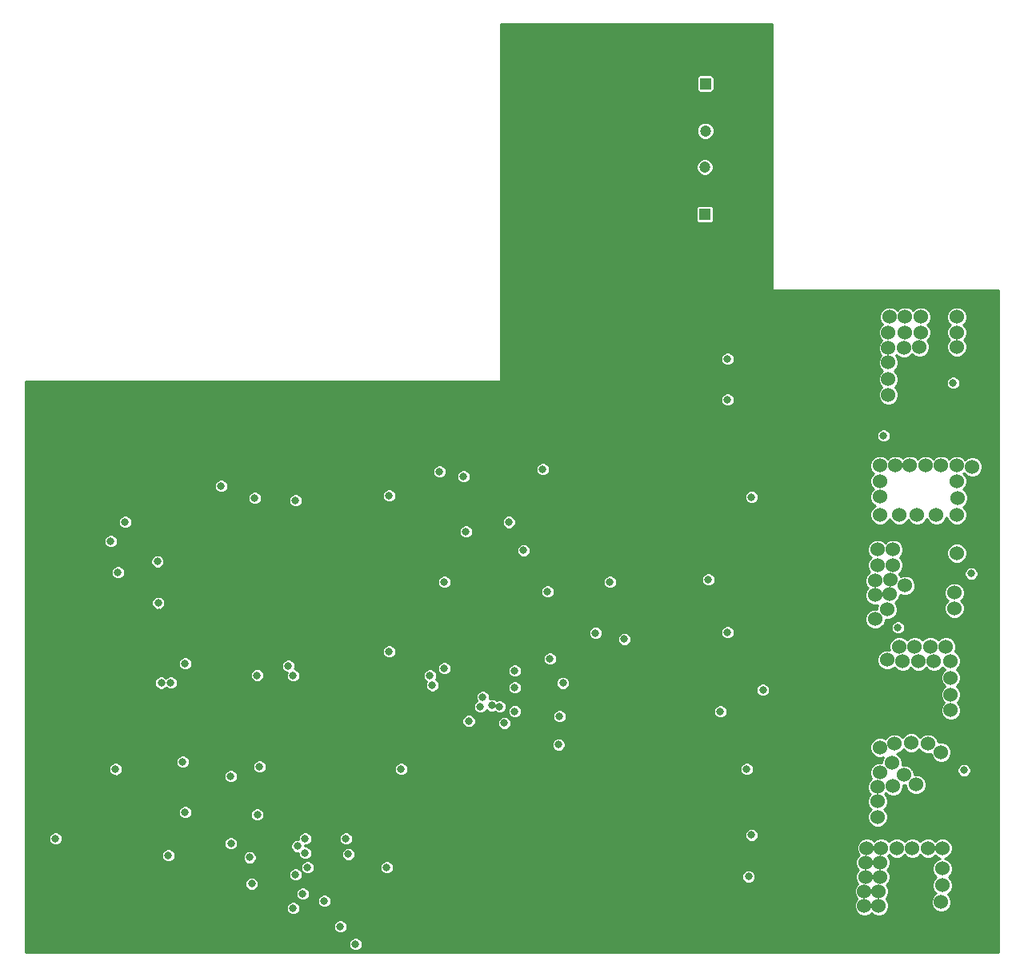
<source format=gbr>
G04 #@! TF.GenerationSoftware,KiCad,Pcbnew,5.0.2+dfsg1-1*
G04 #@! TF.CreationDate,2019-10-08T03:24:47-04:00*
G04 #@! TF.ProjectId,DSC_motor_controller,4453435f-6d6f-4746-9f72-5f636f6e7472,1*
G04 #@! TF.SameCoordinates,Original*
G04 #@! TF.FileFunction,Copper,L2,Inr*
G04 #@! TF.FilePolarity,Positive*
%FSLAX46Y46*%
G04 Gerber Fmt 4.6, Leading zero omitted, Abs format (unit mm)*
G04 Created by KiCad (PCBNEW 5.0.2+dfsg1-1) date Tue 08 Oct 2019 03:24:47 AM EDT*
%MOMM*%
%LPD*%
G01*
G04 APERTURE LIST*
G04 #@! TA.AperFunction,ViaPad*
%ADD10R,1.200000X1.200000*%
G04 #@! TD*
G04 #@! TA.AperFunction,ViaPad*
%ADD11C,1.200000*%
G04 #@! TD*
G04 #@! TA.AperFunction,ViaPad*
%ADD12C,0.800000*%
G04 #@! TD*
G04 #@! TA.AperFunction,ViaPad*
%ADD13C,1.524000*%
G04 #@! TD*
G04 #@! TA.AperFunction,Conductor*
%ADD14C,0.254000*%
G04 #@! TD*
G04 APERTURE END LIST*
D10*
G04 #@! TO.N,SUPPLY*
G04 #@! TO.C,C17*
X157050000Y-43800000D03*
D11*
G04 #@! TO.N,GND*
X157050000Y-48800000D03*
G04 #@! TD*
D10*
G04 #@! TO.N,SUPPLY*
G04 #@! TO.C,C18*
X157000000Y-57650000D03*
D11*
G04 #@! TO.N,GND*
X157000000Y-52650000D03*
G04 #@! TD*
D12*
G04 #@! TO.N,GND*
X112931000Y-105470000D03*
X99160779Y-98806769D03*
X94135000Y-92262000D03*
X102009000Y-120964000D03*
X94643000Y-116407997D03*
X124869000Y-116392000D03*
X133251000Y-109788000D03*
X133505000Y-108772000D03*
X135283000Y-109788000D03*
X161445000Y-116392000D03*
X113693000Y-87944000D03*
X157381000Y-96326000D03*
X159413000Y-101914000D03*
X161953000Y-87595009D03*
X129441000Y-96580000D03*
X134477327Y-109661000D03*
X145443000Y-101977500D03*
X137823000Y-93241000D03*
X136266429Y-90244431D03*
X128933000Y-84896000D03*
X131473000Y-85404000D03*
X131727000Y-91246000D03*
X123599000Y-103946000D03*
X163149918Y-108010000D03*
X159413000Y-77276000D03*
X159413000Y-72958000D03*
X114709000Y-123758000D03*
X114963000Y-126806000D03*
X114455000Y-129600000D03*
X106835000Y-117154000D03*
X101755000Y-115630000D03*
X114709000Y-125282000D03*
X108841600Y-125753000D03*
X161631815Y-127787185D03*
X158651000Y-110296000D03*
X109042069Y-128547010D03*
X106839653Y-124261347D03*
X100231000Y-125536004D03*
X88293000Y-123758000D03*
X140363000Y-97596016D03*
X123345000Y-126806000D03*
G04 #@! TO.N,+5V*
X139855000Y-84642000D03*
G04 #@! TO.N,/CAN/CAN_LO*
X109375000Y-87690000D03*
G04 #@! TO.N,/CAN/CAN_HI*
X105819000Y-86420000D03*
G04 #@! TO.N,+3V3*
X99469000Y-120456000D03*
X99282565Y-99799328D03*
X89563000Y-89976000D03*
X94643000Y-117408000D03*
X129187000Y-104708000D03*
X141887000Y-89976000D03*
X115212347Y-116650653D03*
X160429000Y-84134000D03*
X111915000Y-103946000D03*
X163223000Y-106994000D03*
X101247002Y-116900020D03*
X163223000Y-126551990D03*
X109556590Y-122424910D03*
G04 #@! TO.N,Net-(C21-Pad2)*
X128171000Y-107527000D03*
G04 #@! TO.N,Net-(C21-Pad1)*
X127917000Y-106486000D03*
G04 #@! TO.N,Net-(C23-Pad1)*
X132026829Y-111312000D03*
D13*
G04 #@! TO.N,/Motor_Driver/SH_C*
X175542000Y-114106000D03*
X180622000Y-113725000D03*
X176939000Y-118170000D03*
X178844000Y-113598000D03*
X177066000Y-113725000D03*
X182019000Y-114614000D03*
X176812000Y-115757000D03*
X178082000Y-117027000D03*
X175288000Y-121472000D03*
X175288000Y-118297000D03*
X175288000Y-119821000D03*
X175542000Y-116773000D03*
X179352000Y-118043000D03*
D12*
X141633000Y-110804000D03*
D13*
G04 #@! TO.N,/Motor_Driver/SH_B*
X175288000Y-94802000D03*
X183416000Y-97723000D03*
X176685000Y-96326000D03*
X175034000Y-97977000D03*
X183416000Y-99374000D03*
X178209000Y-96961000D03*
X183670000Y-93532000D03*
X175288000Y-93151000D03*
X175034000Y-96453000D03*
X176939000Y-94802000D03*
X176558000Y-97850000D03*
X176939000Y-93151000D03*
D12*
X141972569Y-107285000D03*
D13*
X175034000Y-100517000D03*
X176304000Y-99501000D03*
G04 #@! TO.N,/Motor_Driver/SH_A*
X176431000Y-73339000D03*
X176558000Y-68513000D03*
X178209000Y-68513000D03*
X179860000Y-68513000D03*
X183670000Y-68513000D03*
X176431000Y-70164000D03*
X178209000Y-70164000D03*
X179860000Y-70164000D03*
X183670000Y-70164000D03*
X176431000Y-71815000D03*
X178082000Y-71815000D03*
X179733000Y-71688000D03*
X183670000Y-71688000D03*
X176431000Y-75117000D03*
X176431000Y-76768000D03*
D12*
X146967000Y-96580000D03*
G04 #@! TO.N,Net-(C36-Pad1)*
X113439000Y-106486000D03*
G04 #@! TO.N,/CAN/CAN_TX*
X99472346Y-107260651D03*
G04 #@! TO.N,/CAN/CAN_RX*
X100485000Y-107248000D03*
G04 #@! TO.N,/Power/C_A*
X113439000Y-131124000D03*
G04 #@! TO.N,/Power/C_B*
X113693000Y-127568000D03*
G04 #@! TO.N,/Power/C_C*
X113908900Y-124553020D03*
G04 #@! TO.N,/Motor_Driver/GL_C*
X135791000Y-111527000D03*
G04 #@! TO.N,/Motor_Driver/GH_C*
X136882329Y-110275000D03*
X141525000Y-113800000D03*
G04 #@! TO.N,/Motor_Driver/GL_B*
X148491000Y-102634999D03*
G04 #@! TO.N,/Motor_Driver/GH_B*
X136882329Y-107756000D03*
X177447000Y-101406000D03*
G04 #@! TO.N,/Motor_Driver/GL_A*
X136882329Y-105978000D03*
G04 #@! TO.N,/Motor_Driver/GH_A*
X140617000Y-104708000D03*
X175923000Y-81086000D03*
G04 #@! TO.N,/Motor_controller/NRST*
X102009000Y-105216000D03*
X99072652Y-94405652D03*
G04 #@! TO.N,/Motor_Driver/Batt_voltage*
X119027000Y-123758000D03*
X161953002Y-123377000D03*
G04 #@! TO.N,/Motor_Driver/Volt_A*
X183289000Y-75498000D03*
X120043000Y-134934000D03*
X119281000Y-125409000D03*
X109630847Y-121216153D03*
G04 #@! TO.N,/Motor_Driver/Volt_B*
X118422458Y-133068777D03*
X185194000Y-95691000D03*
G04 #@! TO.N,/Motor_Driver/Volt_C*
X116741000Y-130362000D03*
X109883000Y-116138000D03*
X184431992Y-116519000D03*
G04 #@! TO.N,/Motor_controller/SDA*
X109629000Y-106460000D03*
X123599000Y-87436000D03*
G04 #@! TO.N,/Motor_controller/SWDIO*
X95659000Y-90230000D03*
X94897000Y-95564000D03*
D13*
G04 #@! TO.N,Net-(P1-Pad1)*
X181511000Y-89468000D03*
X177574000Y-89468000D03*
X179479000Y-89468000D03*
X183670000Y-89468000D03*
X175542000Y-87563000D03*
X185321000Y-84388000D03*
X183797000Y-87690000D03*
X177193000Y-84261000D03*
X182019000Y-84261000D03*
X183670000Y-84261000D03*
X180368000Y-84261000D03*
X178717000Y-84261000D03*
X183670000Y-85912000D03*
X175542000Y-85912000D03*
X175542000Y-89468000D03*
X175542000Y-84261000D03*
G04 #@! TO.N,Net-(P2-Pad1)*
X183035000Y-106740000D03*
X177574000Y-103438000D03*
X179225000Y-103438000D03*
X180876000Y-103438000D03*
X182527000Y-103438000D03*
X176304000Y-104835000D03*
X177955000Y-104962000D03*
X179606000Y-104962000D03*
X181257000Y-104962000D03*
X183035000Y-104962000D03*
X183035000Y-108518000D03*
X183035000Y-110169000D03*
G04 #@! TO.N,Net-(P3-Pad1)*
X177320000Y-124774000D03*
X173891000Y-130870000D03*
X175542000Y-127822000D03*
X175669000Y-124774000D03*
X182146000Y-128711000D03*
X174018000Y-127822000D03*
X182146000Y-124774000D03*
X180622000Y-124774000D03*
X175415000Y-129346000D03*
X173891000Y-129346000D03*
X174018000Y-126298000D03*
X175542000Y-126298000D03*
X182019000Y-130489000D03*
X182146000Y-126933000D03*
X175415000Y-130870000D03*
X178971000Y-124774000D03*
X174145000Y-124774000D03*
D12*
G04 #@! TO.N,Net-(C24-Pad1)*
X129441000Y-105724000D03*
G04 #@! TD*
D14*
G04 #@! TO.N,+3V3*
G36*
X164112000Y-65592000D02*
X164121667Y-65640601D01*
X164149197Y-65681803D01*
X164190399Y-65709333D01*
X164239000Y-65719000D01*
X188115000Y-65719000D01*
X188115000Y-135823000D01*
X85118000Y-135823000D01*
X85118000Y-134789391D01*
X119316000Y-134789391D01*
X119316000Y-135078609D01*
X119426679Y-135345813D01*
X119631187Y-135550321D01*
X119898391Y-135661000D01*
X120187609Y-135661000D01*
X120454813Y-135550321D01*
X120659321Y-135345813D01*
X120770000Y-135078609D01*
X120770000Y-134789391D01*
X120659321Y-134522187D01*
X120454813Y-134317679D01*
X120187609Y-134207000D01*
X119898391Y-134207000D01*
X119631187Y-134317679D01*
X119426679Y-134522187D01*
X119316000Y-134789391D01*
X85118000Y-134789391D01*
X85118000Y-132924168D01*
X117695458Y-132924168D01*
X117695458Y-133213386D01*
X117806137Y-133480590D01*
X118010645Y-133685098D01*
X118277849Y-133795777D01*
X118567067Y-133795777D01*
X118834271Y-133685098D01*
X119038779Y-133480590D01*
X119149458Y-133213386D01*
X119149458Y-132924168D01*
X119038779Y-132656964D01*
X118834271Y-132452456D01*
X118567067Y-132341777D01*
X118277849Y-132341777D01*
X118010645Y-132452456D01*
X117806137Y-132656964D01*
X117695458Y-132924168D01*
X85118000Y-132924168D01*
X85118000Y-130979391D01*
X112712000Y-130979391D01*
X112712000Y-131268609D01*
X112822679Y-131535813D01*
X113027187Y-131740321D01*
X113294391Y-131851000D01*
X113583609Y-131851000D01*
X113850813Y-131740321D01*
X114055321Y-131535813D01*
X114166000Y-131268609D01*
X114166000Y-130979391D01*
X114055321Y-130712187D01*
X113850813Y-130507679D01*
X113583609Y-130397000D01*
X113294391Y-130397000D01*
X113027187Y-130507679D01*
X112822679Y-130712187D01*
X112712000Y-130979391D01*
X85118000Y-130979391D01*
X85118000Y-129455391D01*
X113728000Y-129455391D01*
X113728000Y-129744609D01*
X113838679Y-130011813D01*
X114043187Y-130216321D01*
X114310391Y-130327000D01*
X114599609Y-130327000D01*
X114864229Y-130217391D01*
X116014000Y-130217391D01*
X116014000Y-130506609D01*
X116124679Y-130773813D01*
X116329187Y-130978321D01*
X116596391Y-131089000D01*
X116885609Y-131089000D01*
X117152813Y-130978321D01*
X117357321Y-130773813D01*
X117468000Y-130506609D01*
X117468000Y-130217391D01*
X117357321Y-129950187D01*
X117152813Y-129745679D01*
X116885609Y-129635000D01*
X116596391Y-129635000D01*
X116329187Y-129745679D01*
X116124679Y-129950187D01*
X116014000Y-130217391D01*
X114864229Y-130217391D01*
X114866813Y-130216321D01*
X115071321Y-130011813D01*
X115182000Y-129744609D01*
X115182000Y-129455391D01*
X115071321Y-129188187D01*
X115012518Y-129129384D01*
X172802000Y-129129384D01*
X172802000Y-129562616D01*
X172967790Y-129962869D01*
X173112921Y-130108000D01*
X172967790Y-130253131D01*
X172802000Y-130653384D01*
X172802000Y-131086616D01*
X172967790Y-131486869D01*
X173274131Y-131793210D01*
X173674384Y-131959000D01*
X174107616Y-131959000D01*
X174507869Y-131793210D01*
X174653000Y-131648079D01*
X174798131Y-131793210D01*
X175198384Y-131959000D01*
X175631616Y-131959000D01*
X176031869Y-131793210D01*
X176338210Y-131486869D01*
X176504000Y-131086616D01*
X176504000Y-130653384D01*
X176338210Y-130253131D01*
X176193079Y-130108000D01*
X176338210Y-129962869D01*
X176504000Y-129562616D01*
X176504000Y-129129384D01*
X176338210Y-128729131D01*
X176256579Y-128647500D01*
X176465210Y-128438869D01*
X176631000Y-128038616D01*
X176631000Y-127605384D01*
X176465210Y-127205131D01*
X176320079Y-127060000D01*
X176465210Y-126914869D01*
X176631000Y-126514616D01*
X176631000Y-126081384D01*
X176465210Y-125681131D01*
X176383579Y-125599500D01*
X176494500Y-125488579D01*
X176703131Y-125697210D01*
X177103384Y-125863000D01*
X177536616Y-125863000D01*
X177936869Y-125697210D01*
X178145500Y-125488579D01*
X178354131Y-125697210D01*
X178754384Y-125863000D01*
X179187616Y-125863000D01*
X179587869Y-125697210D01*
X179796500Y-125488579D01*
X180005131Y-125697210D01*
X180405384Y-125863000D01*
X180838616Y-125863000D01*
X181238869Y-125697210D01*
X181384000Y-125552079D01*
X181529131Y-125697210D01*
X181906449Y-125853500D01*
X181529131Y-126009790D01*
X181222790Y-126316131D01*
X181057000Y-126716384D01*
X181057000Y-127149616D01*
X181222790Y-127549869D01*
X181494921Y-127822000D01*
X181222790Y-128094131D01*
X181057000Y-128494384D01*
X181057000Y-128927616D01*
X181222790Y-129327869D01*
X181443553Y-129548632D01*
X181402131Y-129565790D01*
X181095790Y-129872131D01*
X180930000Y-130272384D01*
X180930000Y-130705616D01*
X181095790Y-131105869D01*
X181402131Y-131412210D01*
X181802384Y-131578000D01*
X182235616Y-131578000D01*
X182635869Y-131412210D01*
X182942210Y-131105869D01*
X183108000Y-130705616D01*
X183108000Y-130272384D01*
X182942210Y-129872131D01*
X182721447Y-129651368D01*
X182762869Y-129634210D01*
X183069210Y-129327869D01*
X183235000Y-128927616D01*
X183235000Y-128494384D01*
X183069210Y-128094131D01*
X182797079Y-127822000D01*
X183069210Y-127549869D01*
X183235000Y-127149616D01*
X183235000Y-126716384D01*
X183069210Y-126316131D01*
X182762869Y-126009790D01*
X182385551Y-125853500D01*
X182762869Y-125697210D01*
X183069210Y-125390869D01*
X183235000Y-124990616D01*
X183235000Y-124557384D01*
X183069210Y-124157131D01*
X182762869Y-123850790D01*
X182362616Y-123685000D01*
X181929384Y-123685000D01*
X181529131Y-123850790D01*
X181384000Y-123995921D01*
X181238869Y-123850790D01*
X180838616Y-123685000D01*
X180405384Y-123685000D01*
X180005131Y-123850790D01*
X179796500Y-124059421D01*
X179587869Y-123850790D01*
X179187616Y-123685000D01*
X178754384Y-123685000D01*
X178354131Y-123850790D01*
X178145500Y-124059421D01*
X177936869Y-123850790D01*
X177536616Y-123685000D01*
X177103384Y-123685000D01*
X176703131Y-123850790D01*
X176494500Y-124059421D01*
X176285869Y-123850790D01*
X175885616Y-123685000D01*
X175452384Y-123685000D01*
X175052131Y-123850790D01*
X174907000Y-123995921D01*
X174761869Y-123850790D01*
X174361616Y-123685000D01*
X173928384Y-123685000D01*
X173528131Y-123850790D01*
X173221790Y-124157131D01*
X173056000Y-124557384D01*
X173056000Y-124990616D01*
X173221790Y-125390869D01*
X173303421Y-125472500D01*
X173094790Y-125681131D01*
X172929000Y-126081384D01*
X172929000Y-126514616D01*
X173094790Y-126914869D01*
X173239921Y-127060000D01*
X173094790Y-127205131D01*
X172929000Y-127605384D01*
X172929000Y-128038616D01*
X173094790Y-128438869D01*
X173176421Y-128520500D01*
X172967790Y-128729131D01*
X172802000Y-129129384D01*
X115012518Y-129129384D01*
X114866813Y-128983679D01*
X114599609Y-128873000D01*
X114310391Y-128873000D01*
X114043187Y-128983679D01*
X113838679Y-129188187D01*
X113728000Y-129455391D01*
X85118000Y-129455391D01*
X85118000Y-128402401D01*
X108315069Y-128402401D01*
X108315069Y-128691619D01*
X108425748Y-128958823D01*
X108630256Y-129163331D01*
X108897460Y-129274010D01*
X109186678Y-129274010D01*
X109453882Y-129163331D01*
X109658390Y-128958823D01*
X109769069Y-128691619D01*
X109769069Y-128402401D01*
X109658390Y-128135197D01*
X109453882Y-127930689D01*
X109186678Y-127820010D01*
X108897460Y-127820010D01*
X108630256Y-127930689D01*
X108425748Y-128135197D01*
X108315069Y-128402401D01*
X85118000Y-128402401D01*
X85118000Y-127423391D01*
X112966000Y-127423391D01*
X112966000Y-127712609D01*
X113076679Y-127979813D01*
X113281187Y-128184321D01*
X113548391Y-128295000D01*
X113837609Y-128295000D01*
X114104813Y-128184321D01*
X114309321Y-127979813D01*
X114420000Y-127712609D01*
X114420000Y-127642576D01*
X160904815Y-127642576D01*
X160904815Y-127931794D01*
X161015494Y-128198998D01*
X161220002Y-128403506D01*
X161487206Y-128514185D01*
X161776424Y-128514185D01*
X162043628Y-128403506D01*
X162248136Y-128198998D01*
X162358815Y-127931794D01*
X162358815Y-127642576D01*
X162248136Y-127375372D01*
X162043628Y-127170864D01*
X161776424Y-127060185D01*
X161487206Y-127060185D01*
X161220002Y-127170864D01*
X161015494Y-127375372D01*
X160904815Y-127642576D01*
X114420000Y-127642576D01*
X114420000Y-127423391D01*
X114309321Y-127156187D01*
X114104813Y-126951679D01*
X113837609Y-126841000D01*
X113548391Y-126841000D01*
X113281187Y-126951679D01*
X113076679Y-127156187D01*
X112966000Y-127423391D01*
X85118000Y-127423391D01*
X85118000Y-126661391D01*
X114236000Y-126661391D01*
X114236000Y-126950609D01*
X114346679Y-127217813D01*
X114551187Y-127422321D01*
X114818391Y-127533000D01*
X115107609Y-127533000D01*
X115374813Y-127422321D01*
X115579321Y-127217813D01*
X115690000Y-126950609D01*
X115690000Y-126661391D01*
X122618000Y-126661391D01*
X122618000Y-126950609D01*
X122728679Y-127217813D01*
X122933187Y-127422321D01*
X123200391Y-127533000D01*
X123489609Y-127533000D01*
X123756813Y-127422321D01*
X123961321Y-127217813D01*
X124072000Y-126950609D01*
X124072000Y-126661391D01*
X123961321Y-126394187D01*
X123756813Y-126189679D01*
X123489609Y-126079000D01*
X123200391Y-126079000D01*
X122933187Y-126189679D01*
X122728679Y-126394187D01*
X122618000Y-126661391D01*
X115690000Y-126661391D01*
X115579321Y-126394187D01*
X115374813Y-126189679D01*
X115107609Y-126079000D01*
X114818391Y-126079000D01*
X114551187Y-126189679D01*
X114346679Y-126394187D01*
X114236000Y-126661391D01*
X85118000Y-126661391D01*
X85118000Y-125391395D01*
X99504000Y-125391395D01*
X99504000Y-125680613D01*
X99614679Y-125947817D01*
X99819187Y-126152325D01*
X100086391Y-126263004D01*
X100375609Y-126263004D01*
X100642813Y-126152325D01*
X100847321Y-125947817D01*
X100958000Y-125680613D01*
X100958000Y-125608391D01*
X108114600Y-125608391D01*
X108114600Y-125897609D01*
X108225279Y-126164813D01*
X108429787Y-126369321D01*
X108696991Y-126480000D01*
X108986209Y-126480000D01*
X109253413Y-126369321D01*
X109457921Y-126164813D01*
X109568600Y-125897609D01*
X109568600Y-125608391D01*
X109457921Y-125341187D01*
X109253413Y-125136679D01*
X108986209Y-125026000D01*
X108696991Y-125026000D01*
X108429787Y-125136679D01*
X108225279Y-125341187D01*
X108114600Y-125608391D01*
X100958000Y-125608391D01*
X100958000Y-125391395D01*
X100847321Y-125124191D01*
X100642813Y-124919683D01*
X100375609Y-124809004D01*
X100086391Y-124809004D01*
X99819187Y-124919683D01*
X99614679Y-125124191D01*
X99504000Y-125391395D01*
X85118000Y-125391395D01*
X85118000Y-123613391D01*
X87566000Y-123613391D01*
X87566000Y-123902609D01*
X87676679Y-124169813D01*
X87881187Y-124374321D01*
X88148391Y-124485000D01*
X88437609Y-124485000D01*
X88704813Y-124374321D01*
X88909321Y-124169813D01*
X88931305Y-124116738D01*
X106112653Y-124116738D01*
X106112653Y-124405956D01*
X106223332Y-124673160D01*
X106427840Y-124877668D01*
X106695044Y-124988347D01*
X106984262Y-124988347D01*
X107251466Y-124877668D01*
X107455974Y-124673160D01*
X107565636Y-124408411D01*
X113181900Y-124408411D01*
X113181900Y-124697629D01*
X113292579Y-124964833D01*
X113497087Y-125169341D01*
X113764291Y-125280020D01*
X113982000Y-125280020D01*
X113982000Y-125426609D01*
X114092679Y-125693813D01*
X114297187Y-125898321D01*
X114564391Y-126009000D01*
X114853609Y-126009000D01*
X115120813Y-125898321D01*
X115325321Y-125693813D01*
X115436000Y-125426609D01*
X115436000Y-125264391D01*
X118554000Y-125264391D01*
X118554000Y-125553609D01*
X118664679Y-125820813D01*
X118869187Y-126025321D01*
X119136391Y-126136000D01*
X119425609Y-126136000D01*
X119692813Y-126025321D01*
X119897321Y-125820813D01*
X120008000Y-125553609D01*
X120008000Y-125264391D01*
X119897321Y-124997187D01*
X119692813Y-124792679D01*
X119425609Y-124682000D01*
X119136391Y-124682000D01*
X118869187Y-124792679D01*
X118664679Y-124997187D01*
X118554000Y-125264391D01*
X115436000Y-125264391D01*
X115436000Y-125137391D01*
X115325321Y-124870187D01*
X115120813Y-124665679D01*
X114853609Y-124555000D01*
X114635900Y-124555000D01*
X114635900Y-124485000D01*
X114853609Y-124485000D01*
X115120813Y-124374321D01*
X115325321Y-124169813D01*
X115436000Y-123902609D01*
X115436000Y-123613391D01*
X118300000Y-123613391D01*
X118300000Y-123902609D01*
X118410679Y-124169813D01*
X118615187Y-124374321D01*
X118882391Y-124485000D01*
X119171609Y-124485000D01*
X119438813Y-124374321D01*
X119643321Y-124169813D01*
X119754000Y-123902609D01*
X119754000Y-123613391D01*
X119643321Y-123346187D01*
X119529525Y-123232391D01*
X161226002Y-123232391D01*
X161226002Y-123521609D01*
X161336681Y-123788813D01*
X161541189Y-123993321D01*
X161808393Y-124104000D01*
X162097611Y-124104000D01*
X162364815Y-123993321D01*
X162569323Y-123788813D01*
X162680002Y-123521609D01*
X162680002Y-123232391D01*
X162569323Y-122965187D01*
X162364815Y-122760679D01*
X162097611Y-122650000D01*
X161808393Y-122650000D01*
X161541189Y-122760679D01*
X161336681Y-122965187D01*
X161226002Y-123232391D01*
X119529525Y-123232391D01*
X119438813Y-123141679D01*
X119171609Y-123031000D01*
X118882391Y-123031000D01*
X118615187Y-123141679D01*
X118410679Y-123346187D01*
X118300000Y-123613391D01*
X115436000Y-123613391D01*
X115325321Y-123346187D01*
X115120813Y-123141679D01*
X114853609Y-123031000D01*
X114564391Y-123031000D01*
X114297187Y-123141679D01*
X114092679Y-123346187D01*
X113982000Y-123613391D01*
X113982000Y-123826020D01*
X113764291Y-123826020D01*
X113497087Y-123936699D01*
X113292579Y-124141207D01*
X113181900Y-124408411D01*
X107565636Y-124408411D01*
X107566653Y-124405956D01*
X107566653Y-124116738D01*
X107455974Y-123849534D01*
X107251466Y-123645026D01*
X106984262Y-123534347D01*
X106695044Y-123534347D01*
X106427840Y-123645026D01*
X106223332Y-123849534D01*
X106112653Y-124116738D01*
X88931305Y-124116738D01*
X89020000Y-123902609D01*
X89020000Y-123613391D01*
X88909321Y-123346187D01*
X88704813Y-123141679D01*
X88437609Y-123031000D01*
X88148391Y-123031000D01*
X87881187Y-123141679D01*
X87676679Y-123346187D01*
X87566000Y-123613391D01*
X85118000Y-123613391D01*
X85118000Y-120819391D01*
X101282000Y-120819391D01*
X101282000Y-121108609D01*
X101392679Y-121375813D01*
X101597187Y-121580321D01*
X101864391Y-121691000D01*
X102153609Y-121691000D01*
X102420813Y-121580321D01*
X102625321Y-121375813D01*
X102736000Y-121108609D01*
X102736000Y-121071544D01*
X108903847Y-121071544D01*
X108903847Y-121360762D01*
X109014526Y-121627966D01*
X109219034Y-121832474D01*
X109486238Y-121943153D01*
X109775456Y-121943153D01*
X110042660Y-121832474D01*
X110247168Y-121627966D01*
X110357847Y-121360762D01*
X110357847Y-121071544D01*
X110247168Y-120804340D01*
X110042660Y-120599832D01*
X109775456Y-120489153D01*
X109486238Y-120489153D01*
X109219034Y-120599832D01*
X109014526Y-120804340D01*
X108903847Y-121071544D01*
X102736000Y-121071544D01*
X102736000Y-120819391D01*
X102625321Y-120552187D01*
X102420813Y-120347679D01*
X102153609Y-120237000D01*
X101864391Y-120237000D01*
X101597187Y-120347679D01*
X101392679Y-120552187D01*
X101282000Y-120819391D01*
X85118000Y-120819391D01*
X85118000Y-118080384D01*
X174199000Y-118080384D01*
X174199000Y-118513616D01*
X174364790Y-118913869D01*
X174509921Y-119059000D01*
X174364790Y-119204131D01*
X174199000Y-119604384D01*
X174199000Y-120037616D01*
X174364790Y-120437869D01*
X174573421Y-120646500D01*
X174364790Y-120855131D01*
X174199000Y-121255384D01*
X174199000Y-121688616D01*
X174364790Y-122088869D01*
X174671131Y-122395210D01*
X175071384Y-122561000D01*
X175504616Y-122561000D01*
X175904869Y-122395210D01*
X176211210Y-122088869D01*
X176377000Y-121688616D01*
X176377000Y-121255384D01*
X176211210Y-120855131D01*
X176002579Y-120646500D01*
X176211210Y-120437869D01*
X176377000Y-120037616D01*
X176377000Y-119604384D01*
X176211210Y-119204131D01*
X176066079Y-119059000D01*
X176177000Y-118948079D01*
X176322131Y-119093210D01*
X176722384Y-119259000D01*
X177155616Y-119259000D01*
X177555869Y-119093210D01*
X177862210Y-118786869D01*
X178028000Y-118386616D01*
X178028000Y-118116000D01*
X178263000Y-118116000D01*
X178263000Y-118259616D01*
X178428790Y-118659869D01*
X178735131Y-118966210D01*
X179135384Y-119132000D01*
X179568616Y-119132000D01*
X179968869Y-118966210D01*
X180275210Y-118659869D01*
X180441000Y-118259616D01*
X180441000Y-117826384D01*
X180275210Y-117426131D01*
X179968869Y-117119790D01*
X179568616Y-116954000D01*
X179171000Y-116954000D01*
X179171000Y-116810384D01*
X179005210Y-116410131D01*
X178969470Y-116374391D01*
X183704992Y-116374391D01*
X183704992Y-116663609D01*
X183815671Y-116930813D01*
X184020179Y-117135321D01*
X184287383Y-117246000D01*
X184576601Y-117246000D01*
X184843805Y-117135321D01*
X185048313Y-116930813D01*
X185158992Y-116663609D01*
X185158992Y-116374391D01*
X185048313Y-116107187D01*
X184843805Y-115902679D01*
X184576601Y-115792000D01*
X184287383Y-115792000D01*
X184020179Y-115902679D01*
X183815671Y-116107187D01*
X183704992Y-116374391D01*
X178969470Y-116374391D01*
X178698869Y-116103790D01*
X178298616Y-115938000D01*
X177901000Y-115938000D01*
X177901000Y-115540384D01*
X177735210Y-115140131D01*
X177428869Y-114833790D01*
X177331854Y-114793605D01*
X177682869Y-114648210D01*
X177989210Y-114341869D01*
X178006368Y-114300447D01*
X178227131Y-114521210D01*
X178627384Y-114687000D01*
X179060616Y-114687000D01*
X179460869Y-114521210D01*
X179681632Y-114300447D01*
X179698790Y-114341869D01*
X180005131Y-114648210D01*
X180405384Y-114814000D01*
X180838616Y-114814000D01*
X180930000Y-114776148D01*
X180930000Y-114830616D01*
X181095790Y-115230869D01*
X181402131Y-115537210D01*
X181802384Y-115703000D01*
X182235616Y-115703000D01*
X182635869Y-115537210D01*
X182942210Y-115230869D01*
X183108000Y-114830616D01*
X183108000Y-114397384D01*
X182942210Y-113997131D01*
X182635869Y-113690790D01*
X182235616Y-113525000D01*
X181802384Y-113525000D01*
X181711000Y-113562852D01*
X181711000Y-113508384D01*
X181545210Y-113108131D01*
X181238869Y-112801790D01*
X180838616Y-112636000D01*
X180405384Y-112636000D01*
X180005131Y-112801790D01*
X179784368Y-113022553D01*
X179767210Y-112981131D01*
X179460869Y-112674790D01*
X179060616Y-112509000D01*
X178627384Y-112509000D01*
X178227131Y-112674790D01*
X177920790Y-112981131D01*
X177903632Y-113022553D01*
X177682869Y-112801790D01*
X177282616Y-112636000D01*
X176849384Y-112636000D01*
X176449131Y-112801790D01*
X176142790Y-113108131D01*
X176118749Y-113166172D01*
X175758616Y-113017000D01*
X175325384Y-113017000D01*
X174925131Y-113182790D01*
X174618790Y-113489131D01*
X174453000Y-113889384D01*
X174453000Y-114322616D01*
X174618790Y-114722869D01*
X174925131Y-115029210D01*
X175325384Y-115195000D01*
X175758616Y-115195000D01*
X175888315Y-115141277D01*
X175723000Y-115540384D01*
X175723000Y-115684000D01*
X175325384Y-115684000D01*
X174925131Y-115849790D01*
X174618790Y-116156131D01*
X174453000Y-116556384D01*
X174453000Y-116989616D01*
X174618790Y-117389869D01*
X174636921Y-117408000D01*
X174364790Y-117680131D01*
X174199000Y-118080384D01*
X85118000Y-118080384D01*
X85118000Y-116263388D01*
X93916000Y-116263388D01*
X93916000Y-116552606D01*
X94026679Y-116819810D01*
X94231187Y-117024318D01*
X94498391Y-117134997D01*
X94787609Y-117134997D01*
X95054813Y-117024318D01*
X95069740Y-117009391D01*
X106108000Y-117009391D01*
X106108000Y-117298609D01*
X106218679Y-117565813D01*
X106423187Y-117770321D01*
X106690391Y-117881000D01*
X106979609Y-117881000D01*
X107246813Y-117770321D01*
X107451321Y-117565813D01*
X107562000Y-117298609D01*
X107562000Y-117009391D01*
X107451321Y-116742187D01*
X107246813Y-116537679D01*
X106979609Y-116427000D01*
X106690391Y-116427000D01*
X106423187Y-116537679D01*
X106218679Y-116742187D01*
X106108000Y-117009391D01*
X95069740Y-117009391D01*
X95259321Y-116819810D01*
X95370000Y-116552606D01*
X95370000Y-116263388D01*
X95259321Y-115996184D01*
X95054813Y-115791676D01*
X94787609Y-115680997D01*
X94498391Y-115680997D01*
X94231187Y-115791676D01*
X94026679Y-115996184D01*
X93916000Y-116263388D01*
X85118000Y-116263388D01*
X85118000Y-115485391D01*
X101028000Y-115485391D01*
X101028000Y-115774609D01*
X101138679Y-116041813D01*
X101343187Y-116246321D01*
X101610391Y-116357000D01*
X101899609Y-116357000D01*
X102166813Y-116246321D01*
X102371321Y-116041813D01*
X102391377Y-115993391D01*
X109156000Y-115993391D01*
X109156000Y-116282609D01*
X109266679Y-116549813D01*
X109471187Y-116754321D01*
X109738391Y-116865000D01*
X110027609Y-116865000D01*
X110294813Y-116754321D01*
X110499321Y-116549813D01*
X110610000Y-116282609D01*
X110610000Y-116247391D01*
X124142000Y-116247391D01*
X124142000Y-116536609D01*
X124252679Y-116803813D01*
X124457187Y-117008321D01*
X124724391Y-117119000D01*
X125013609Y-117119000D01*
X125280813Y-117008321D01*
X125485321Y-116803813D01*
X125596000Y-116536609D01*
X125596000Y-116247391D01*
X160718000Y-116247391D01*
X160718000Y-116536609D01*
X160828679Y-116803813D01*
X161033187Y-117008321D01*
X161300391Y-117119000D01*
X161589609Y-117119000D01*
X161856813Y-117008321D01*
X162061321Y-116803813D01*
X162172000Y-116536609D01*
X162172000Y-116247391D01*
X162061321Y-115980187D01*
X161856813Y-115775679D01*
X161589609Y-115665000D01*
X161300391Y-115665000D01*
X161033187Y-115775679D01*
X160828679Y-115980187D01*
X160718000Y-116247391D01*
X125596000Y-116247391D01*
X125485321Y-115980187D01*
X125280813Y-115775679D01*
X125013609Y-115665000D01*
X124724391Y-115665000D01*
X124457187Y-115775679D01*
X124252679Y-115980187D01*
X124142000Y-116247391D01*
X110610000Y-116247391D01*
X110610000Y-115993391D01*
X110499321Y-115726187D01*
X110294813Y-115521679D01*
X110027609Y-115411000D01*
X109738391Y-115411000D01*
X109471187Y-115521679D01*
X109266679Y-115726187D01*
X109156000Y-115993391D01*
X102391377Y-115993391D01*
X102482000Y-115774609D01*
X102482000Y-115485391D01*
X102371321Y-115218187D01*
X102166813Y-115013679D01*
X101899609Y-114903000D01*
X101610391Y-114903000D01*
X101343187Y-115013679D01*
X101138679Y-115218187D01*
X101028000Y-115485391D01*
X85118000Y-115485391D01*
X85118000Y-113655391D01*
X140798000Y-113655391D01*
X140798000Y-113944609D01*
X140908679Y-114211813D01*
X141113187Y-114416321D01*
X141380391Y-114527000D01*
X141669609Y-114527000D01*
X141936813Y-114416321D01*
X142141321Y-114211813D01*
X142252000Y-113944609D01*
X142252000Y-113655391D01*
X142141321Y-113388187D01*
X141936813Y-113183679D01*
X141669609Y-113073000D01*
X141380391Y-113073000D01*
X141113187Y-113183679D01*
X140908679Y-113388187D01*
X140798000Y-113655391D01*
X85118000Y-113655391D01*
X85118000Y-111167391D01*
X131299829Y-111167391D01*
X131299829Y-111456609D01*
X131410508Y-111723813D01*
X131615016Y-111928321D01*
X131882220Y-112039000D01*
X132171438Y-112039000D01*
X132438642Y-111928321D01*
X132643150Y-111723813D01*
X132753829Y-111456609D01*
X132753829Y-111382391D01*
X135064000Y-111382391D01*
X135064000Y-111671609D01*
X135174679Y-111938813D01*
X135379187Y-112143321D01*
X135646391Y-112254000D01*
X135935609Y-112254000D01*
X136202813Y-112143321D01*
X136407321Y-111938813D01*
X136518000Y-111671609D01*
X136518000Y-111382391D01*
X136407321Y-111115187D01*
X136202813Y-110910679D01*
X135935609Y-110800000D01*
X135646391Y-110800000D01*
X135379187Y-110910679D01*
X135174679Y-111115187D01*
X135064000Y-111382391D01*
X132753829Y-111382391D01*
X132753829Y-111167391D01*
X132643150Y-110900187D01*
X132438642Y-110695679D01*
X132171438Y-110585000D01*
X131882220Y-110585000D01*
X131615016Y-110695679D01*
X131410508Y-110900187D01*
X131299829Y-111167391D01*
X85118000Y-111167391D01*
X85118000Y-109643391D01*
X132524000Y-109643391D01*
X132524000Y-109932609D01*
X132634679Y-110199813D01*
X132839187Y-110404321D01*
X133106391Y-110515000D01*
X133395609Y-110515000D01*
X133662813Y-110404321D01*
X133867321Y-110199813D01*
X133902669Y-110114476D01*
X134065514Y-110277321D01*
X134332718Y-110388000D01*
X134621936Y-110388000D01*
X134786643Y-110319777D01*
X134871187Y-110404321D01*
X135138391Y-110515000D01*
X135427609Y-110515000D01*
X135694813Y-110404321D01*
X135899321Y-110199813D01*
X135928076Y-110130391D01*
X136155329Y-110130391D01*
X136155329Y-110419609D01*
X136266008Y-110686813D01*
X136470516Y-110891321D01*
X136737720Y-111002000D01*
X137026938Y-111002000D01*
X137294142Y-110891321D01*
X137498650Y-110686813D01*
X137510008Y-110659391D01*
X140906000Y-110659391D01*
X140906000Y-110948609D01*
X141016679Y-111215813D01*
X141221187Y-111420321D01*
X141488391Y-111531000D01*
X141777609Y-111531000D01*
X142044813Y-111420321D01*
X142249321Y-111215813D01*
X142360000Y-110948609D01*
X142360000Y-110659391D01*
X142249321Y-110392187D01*
X142044813Y-110187679D01*
X141957206Y-110151391D01*
X157924000Y-110151391D01*
X157924000Y-110440609D01*
X158034679Y-110707813D01*
X158239187Y-110912321D01*
X158506391Y-111023000D01*
X158795609Y-111023000D01*
X159062813Y-110912321D01*
X159267321Y-110707813D01*
X159378000Y-110440609D01*
X159378000Y-110151391D01*
X159267321Y-109884187D01*
X159062813Y-109679679D01*
X158795609Y-109569000D01*
X158506391Y-109569000D01*
X158239187Y-109679679D01*
X158034679Y-109884187D01*
X157924000Y-110151391D01*
X141957206Y-110151391D01*
X141777609Y-110077000D01*
X141488391Y-110077000D01*
X141221187Y-110187679D01*
X141016679Y-110392187D01*
X140906000Y-110659391D01*
X137510008Y-110659391D01*
X137609329Y-110419609D01*
X137609329Y-110130391D01*
X137498650Y-109863187D01*
X137294142Y-109658679D01*
X137026938Y-109548000D01*
X136737720Y-109548000D01*
X136470516Y-109658679D01*
X136266008Y-109863187D01*
X136155329Y-110130391D01*
X135928076Y-110130391D01*
X136010000Y-109932609D01*
X136010000Y-109643391D01*
X135899321Y-109376187D01*
X135694813Y-109171679D01*
X135427609Y-109061000D01*
X135138391Y-109061000D01*
X134973684Y-109129223D01*
X134889140Y-109044679D01*
X134621936Y-108934000D01*
X134332718Y-108934000D01*
X134202445Y-108987960D01*
X134232000Y-108916609D01*
X134232000Y-108627391D01*
X134121321Y-108360187D01*
X133916813Y-108155679D01*
X133649609Y-108045000D01*
X133360391Y-108045000D01*
X133093187Y-108155679D01*
X132888679Y-108360187D01*
X132778000Y-108627391D01*
X132778000Y-108916609D01*
X132877141Y-109155958D01*
X132839187Y-109171679D01*
X132634679Y-109376187D01*
X132524000Y-109643391D01*
X85118000Y-109643391D01*
X85118000Y-107116042D01*
X98745346Y-107116042D01*
X98745346Y-107405260D01*
X98856025Y-107672464D01*
X99060533Y-107876972D01*
X99327737Y-107987651D01*
X99616955Y-107987651D01*
X99884159Y-107876972D01*
X99984999Y-107776133D01*
X100073187Y-107864321D01*
X100340391Y-107975000D01*
X100629609Y-107975000D01*
X100896813Y-107864321D01*
X101101321Y-107659813D01*
X101212000Y-107392609D01*
X101212000Y-107103391D01*
X101101321Y-106836187D01*
X100896813Y-106631679D01*
X100629609Y-106521000D01*
X100340391Y-106521000D01*
X100073187Y-106631679D01*
X99972348Y-106732519D01*
X99884159Y-106644330D01*
X99616955Y-106533651D01*
X99327737Y-106533651D01*
X99060533Y-106644330D01*
X98856025Y-106848838D01*
X98745346Y-107116042D01*
X85118000Y-107116042D01*
X85118000Y-106315391D01*
X108902000Y-106315391D01*
X108902000Y-106604609D01*
X109012679Y-106871813D01*
X109217187Y-107076321D01*
X109484391Y-107187000D01*
X109773609Y-107187000D01*
X110040813Y-107076321D01*
X110245321Y-106871813D01*
X110356000Y-106604609D01*
X110356000Y-106315391D01*
X110245321Y-106048187D01*
X110040813Y-105843679D01*
X109773609Y-105733000D01*
X109484391Y-105733000D01*
X109217187Y-105843679D01*
X109012679Y-106048187D01*
X108902000Y-106315391D01*
X85118000Y-106315391D01*
X85118000Y-105071391D01*
X101282000Y-105071391D01*
X101282000Y-105360609D01*
X101392679Y-105627813D01*
X101597187Y-105832321D01*
X101864391Y-105943000D01*
X102153609Y-105943000D01*
X102420813Y-105832321D01*
X102625321Y-105627813D01*
X102736000Y-105360609D01*
X102736000Y-105325391D01*
X112204000Y-105325391D01*
X112204000Y-105614609D01*
X112314679Y-105881813D01*
X112519187Y-106086321D01*
X112773944Y-106191844D01*
X112712000Y-106341391D01*
X112712000Y-106630609D01*
X112822679Y-106897813D01*
X113027187Y-107102321D01*
X113294391Y-107213000D01*
X113583609Y-107213000D01*
X113850813Y-107102321D01*
X114055321Y-106897813D01*
X114166000Y-106630609D01*
X114166000Y-106341391D01*
X127190000Y-106341391D01*
X127190000Y-106630609D01*
X127300679Y-106897813D01*
X127505187Y-107102321D01*
X127551980Y-107121703D01*
X127444000Y-107382391D01*
X127444000Y-107671609D01*
X127554679Y-107938813D01*
X127759187Y-108143321D01*
X128026391Y-108254000D01*
X128315609Y-108254000D01*
X128582813Y-108143321D01*
X128787321Y-107938813D01*
X128898000Y-107671609D01*
X128898000Y-107611391D01*
X136155329Y-107611391D01*
X136155329Y-107900609D01*
X136266008Y-108167813D01*
X136470516Y-108372321D01*
X136737720Y-108483000D01*
X137026938Y-108483000D01*
X137294142Y-108372321D01*
X137498650Y-108167813D01*
X137609329Y-107900609D01*
X137609329Y-107611391D01*
X137498650Y-107344187D01*
X137294854Y-107140391D01*
X141245569Y-107140391D01*
X141245569Y-107429609D01*
X141356248Y-107696813D01*
X141560756Y-107901321D01*
X141827960Y-108012000D01*
X142117178Y-108012000D01*
X142384382Y-107901321D01*
X142420312Y-107865391D01*
X162422918Y-107865391D01*
X162422918Y-108154609D01*
X162533597Y-108421813D01*
X162738105Y-108626321D01*
X163005309Y-108737000D01*
X163294527Y-108737000D01*
X163561731Y-108626321D01*
X163766239Y-108421813D01*
X163876918Y-108154609D01*
X163876918Y-107865391D01*
X163766239Y-107598187D01*
X163561731Y-107393679D01*
X163294527Y-107283000D01*
X163005309Y-107283000D01*
X162738105Y-107393679D01*
X162533597Y-107598187D01*
X162422918Y-107865391D01*
X142420312Y-107865391D01*
X142588890Y-107696813D01*
X142699569Y-107429609D01*
X142699569Y-107140391D01*
X142588890Y-106873187D01*
X142384382Y-106668679D01*
X142117178Y-106558000D01*
X141827960Y-106558000D01*
X141560756Y-106668679D01*
X141356248Y-106873187D01*
X141245569Y-107140391D01*
X137294854Y-107140391D01*
X137294142Y-107139679D01*
X137026938Y-107029000D01*
X136737720Y-107029000D01*
X136470516Y-107139679D01*
X136266008Y-107344187D01*
X136155329Y-107611391D01*
X128898000Y-107611391D01*
X128898000Y-107382391D01*
X128787321Y-107115187D01*
X128582813Y-106910679D01*
X128536020Y-106891297D01*
X128644000Y-106630609D01*
X128644000Y-106341391D01*
X128533321Y-106074187D01*
X128328813Y-105869679D01*
X128061609Y-105759000D01*
X127772391Y-105759000D01*
X127505187Y-105869679D01*
X127300679Y-106074187D01*
X127190000Y-106341391D01*
X114166000Y-106341391D01*
X114055321Y-106074187D01*
X113850813Y-105869679D01*
X113596056Y-105764156D01*
X113658000Y-105614609D01*
X113658000Y-105579391D01*
X128714000Y-105579391D01*
X128714000Y-105868609D01*
X128824679Y-106135813D01*
X129029187Y-106340321D01*
X129296391Y-106451000D01*
X129585609Y-106451000D01*
X129852813Y-106340321D01*
X130057321Y-106135813D01*
X130168000Y-105868609D01*
X130168000Y-105833391D01*
X136155329Y-105833391D01*
X136155329Y-106122609D01*
X136266008Y-106389813D01*
X136470516Y-106594321D01*
X136737720Y-106705000D01*
X137026938Y-106705000D01*
X137294142Y-106594321D01*
X137498650Y-106389813D01*
X137609329Y-106122609D01*
X137609329Y-105833391D01*
X137498650Y-105566187D01*
X137294142Y-105361679D01*
X137026938Y-105251000D01*
X136737720Y-105251000D01*
X136470516Y-105361679D01*
X136266008Y-105566187D01*
X136155329Y-105833391D01*
X130168000Y-105833391D01*
X130168000Y-105579391D01*
X130057321Y-105312187D01*
X129852813Y-105107679D01*
X129585609Y-104997000D01*
X129296391Y-104997000D01*
X129029187Y-105107679D01*
X128824679Y-105312187D01*
X128714000Y-105579391D01*
X113658000Y-105579391D01*
X113658000Y-105325391D01*
X113547321Y-105058187D01*
X113342813Y-104853679D01*
X113075609Y-104743000D01*
X112786391Y-104743000D01*
X112519187Y-104853679D01*
X112314679Y-105058187D01*
X112204000Y-105325391D01*
X102736000Y-105325391D01*
X102736000Y-105071391D01*
X102625321Y-104804187D01*
X102420813Y-104599679D01*
X102153609Y-104489000D01*
X101864391Y-104489000D01*
X101597187Y-104599679D01*
X101392679Y-104804187D01*
X101282000Y-105071391D01*
X85118000Y-105071391D01*
X85118000Y-103801391D01*
X122872000Y-103801391D01*
X122872000Y-104090609D01*
X122982679Y-104357813D01*
X123187187Y-104562321D01*
X123454391Y-104673000D01*
X123743609Y-104673000D01*
X124008229Y-104563391D01*
X139890000Y-104563391D01*
X139890000Y-104852609D01*
X140000679Y-105119813D01*
X140205187Y-105324321D01*
X140472391Y-105435000D01*
X140761609Y-105435000D01*
X141028813Y-105324321D01*
X141233321Y-105119813D01*
X141344000Y-104852609D01*
X141344000Y-104618384D01*
X175215000Y-104618384D01*
X175215000Y-105051616D01*
X175380790Y-105451869D01*
X175687131Y-105758210D01*
X176087384Y-105924000D01*
X176520616Y-105924000D01*
X176920869Y-105758210D01*
X177066000Y-105613079D01*
X177338131Y-105885210D01*
X177738384Y-106051000D01*
X178171616Y-106051000D01*
X178571869Y-105885210D01*
X178780500Y-105676579D01*
X178989131Y-105885210D01*
X179389384Y-106051000D01*
X179822616Y-106051000D01*
X180222869Y-105885210D01*
X180431500Y-105676579D01*
X180640131Y-105885210D01*
X181040384Y-106051000D01*
X181473616Y-106051000D01*
X181873869Y-105885210D01*
X182146000Y-105613079D01*
X182383921Y-105851000D01*
X182111790Y-106123131D01*
X181946000Y-106523384D01*
X181946000Y-106956616D01*
X182111790Y-107356869D01*
X182383921Y-107629000D01*
X182111790Y-107901131D01*
X181946000Y-108301384D01*
X181946000Y-108734616D01*
X182111790Y-109134869D01*
X182320421Y-109343500D01*
X182111790Y-109552131D01*
X181946000Y-109952384D01*
X181946000Y-110385616D01*
X182111790Y-110785869D01*
X182418131Y-111092210D01*
X182818384Y-111258000D01*
X183251616Y-111258000D01*
X183651869Y-111092210D01*
X183958210Y-110785869D01*
X184124000Y-110385616D01*
X184124000Y-109952384D01*
X183958210Y-109552131D01*
X183749579Y-109343500D01*
X183958210Y-109134869D01*
X184124000Y-108734616D01*
X184124000Y-108301384D01*
X183958210Y-107901131D01*
X183686079Y-107629000D01*
X183958210Y-107356869D01*
X184124000Y-106956616D01*
X184124000Y-106523384D01*
X183958210Y-106123131D01*
X183686079Y-105851000D01*
X183958210Y-105578869D01*
X184124000Y-105178616D01*
X184124000Y-104745384D01*
X183958210Y-104345131D01*
X183651869Y-104038790D01*
X183485427Y-103969848D01*
X183616000Y-103654616D01*
X183616000Y-103221384D01*
X183450210Y-102821131D01*
X183143869Y-102514790D01*
X182743616Y-102349000D01*
X182310384Y-102349000D01*
X181910131Y-102514790D01*
X181701500Y-102723421D01*
X181492869Y-102514790D01*
X181092616Y-102349000D01*
X180659384Y-102349000D01*
X180259131Y-102514790D01*
X180050500Y-102723421D01*
X179841869Y-102514790D01*
X179441616Y-102349000D01*
X179008384Y-102349000D01*
X178608131Y-102514790D01*
X178399500Y-102723421D01*
X178190869Y-102514790D01*
X177790616Y-102349000D01*
X177357384Y-102349000D01*
X176957131Y-102514790D01*
X176650790Y-102821131D01*
X176485000Y-103221384D01*
X176485000Y-103654616D01*
X176523316Y-103747118D01*
X176520616Y-103746000D01*
X176087384Y-103746000D01*
X175687131Y-103911790D01*
X175380790Y-104218131D01*
X175215000Y-104618384D01*
X141344000Y-104618384D01*
X141344000Y-104563391D01*
X141233321Y-104296187D01*
X141028813Y-104091679D01*
X140761609Y-103981000D01*
X140472391Y-103981000D01*
X140205187Y-104091679D01*
X140000679Y-104296187D01*
X139890000Y-104563391D01*
X124008229Y-104563391D01*
X124010813Y-104562321D01*
X124215321Y-104357813D01*
X124326000Y-104090609D01*
X124326000Y-103801391D01*
X124215321Y-103534187D01*
X124010813Y-103329679D01*
X123743609Y-103219000D01*
X123454391Y-103219000D01*
X123187187Y-103329679D01*
X122982679Y-103534187D01*
X122872000Y-103801391D01*
X85118000Y-103801391D01*
X85118000Y-101832891D01*
X144716000Y-101832891D01*
X144716000Y-102122109D01*
X144826679Y-102389313D01*
X145031187Y-102593821D01*
X145298391Y-102704500D01*
X145587609Y-102704500D01*
X145854813Y-102593821D01*
X145958244Y-102490390D01*
X147764000Y-102490390D01*
X147764000Y-102779608D01*
X147874679Y-103046812D01*
X148079187Y-103251320D01*
X148346391Y-103361999D01*
X148635609Y-103361999D01*
X148902813Y-103251320D01*
X149107321Y-103046812D01*
X149218000Y-102779608D01*
X149218000Y-102490390D01*
X149107321Y-102223186D01*
X148902813Y-102018678D01*
X148635609Y-101907999D01*
X148346391Y-101907999D01*
X148079187Y-102018678D01*
X147874679Y-102223186D01*
X147764000Y-102490390D01*
X145958244Y-102490390D01*
X146059321Y-102389313D01*
X146170000Y-102122109D01*
X146170000Y-101832891D01*
X146143698Y-101769391D01*
X158686000Y-101769391D01*
X158686000Y-102058609D01*
X158796679Y-102325813D01*
X159001187Y-102530321D01*
X159268391Y-102641000D01*
X159557609Y-102641000D01*
X159824813Y-102530321D01*
X160029321Y-102325813D01*
X160140000Y-102058609D01*
X160140000Y-101769391D01*
X160029321Y-101502187D01*
X159824813Y-101297679D01*
X159557609Y-101187000D01*
X159268391Y-101187000D01*
X159001187Y-101297679D01*
X158796679Y-101502187D01*
X158686000Y-101769391D01*
X146143698Y-101769391D01*
X146059321Y-101565687D01*
X145854813Y-101361179D01*
X145587609Y-101250500D01*
X145298391Y-101250500D01*
X145031187Y-101361179D01*
X144826679Y-101565687D01*
X144716000Y-101832891D01*
X85118000Y-101832891D01*
X85118000Y-98662160D01*
X98433779Y-98662160D01*
X98433779Y-98951378D01*
X98544458Y-99218582D01*
X98748966Y-99423090D01*
X99016170Y-99533769D01*
X99305388Y-99533769D01*
X99572592Y-99423090D01*
X99777100Y-99218582D01*
X99887779Y-98951378D01*
X99887779Y-98662160D01*
X99777100Y-98394956D01*
X99572592Y-98190448D01*
X99305388Y-98079769D01*
X99016170Y-98079769D01*
X98748966Y-98190448D01*
X98544458Y-98394956D01*
X98433779Y-98662160D01*
X85118000Y-98662160D01*
X85118000Y-97451407D01*
X139636000Y-97451407D01*
X139636000Y-97740625D01*
X139746679Y-98007829D01*
X139951187Y-98212337D01*
X140218391Y-98323016D01*
X140507609Y-98323016D01*
X140774813Y-98212337D01*
X140979321Y-98007829D01*
X141090000Y-97740625D01*
X141090000Y-97451407D01*
X140979321Y-97184203D01*
X140774813Y-96979695D01*
X140507609Y-96869016D01*
X140218391Y-96869016D01*
X139951187Y-96979695D01*
X139746679Y-97184203D01*
X139636000Y-97451407D01*
X85118000Y-97451407D01*
X85118000Y-96435391D01*
X128714000Y-96435391D01*
X128714000Y-96724609D01*
X128824679Y-96991813D01*
X129029187Y-97196321D01*
X129296391Y-97307000D01*
X129585609Y-97307000D01*
X129852813Y-97196321D01*
X130057321Y-96991813D01*
X130168000Y-96724609D01*
X130168000Y-96435391D01*
X146240000Y-96435391D01*
X146240000Y-96724609D01*
X146350679Y-96991813D01*
X146555187Y-97196321D01*
X146822391Y-97307000D01*
X147111609Y-97307000D01*
X147378813Y-97196321D01*
X147583321Y-96991813D01*
X147694000Y-96724609D01*
X147694000Y-96435391D01*
X147588791Y-96181391D01*
X156654000Y-96181391D01*
X156654000Y-96470609D01*
X156764679Y-96737813D01*
X156969187Y-96942321D01*
X157236391Y-97053000D01*
X157525609Y-97053000D01*
X157792813Y-96942321D01*
X157997321Y-96737813D01*
X158108000Y-96470609D01*
X158108000Y-96236384D01*
X173945000Y-96236384D01*
X173945000Y-96669616D01*
X174110790Y-97069869D01*
X174255921Y-97215000D01*
X174110790Y-97360131D01*
X173945000Y-97760384D01*
X173945000Y-98193616D01*
X174110790Y-98593869D01*
X174417131Y-98900210D01*
X174817384Y-99066000D01*
X175250616Y-99066000D01*
X175316816Y-99038579D01*
X175215000Y-99284384D01*
X175215000Y-99428000D01*
X174817384Y-99428000D01*
X174417131Y-99593790D01*
X174110790Y-99900131D01*
X173945000Y-100300384D01*
X173945000Y-100733616D01*
X174110790Y-101133869D01*
X174417131Y-101440210D01*
X174817384Y-101606000D01*
X175250616Y-101606000D01*
X175650869Y-101440210D01*
X175829688Y-101261391D01*
X176720000Y-101261391D01*
X176720000Y-101550609D01*
X176830679Y-101817813D01*
X177035187Y-102022321D01*
X177302391Y-102133000D01*
X177591609Y-102133000D01*
X177858813Y-102022321D01*
X178063321Y-101817813D01*
X178174000Y-101550609D01*
X178174000Y-101261391D01*
X178063321Y-100994187D01*
X177858813Y-100789679D01*
X177591609Y-100679000D01*
X177302391Y-100679000D01*
X177035187Y-100789679D01*
X176830679Y-100994187D01*
X176720000Y-101261391D01*
X175829688Y-101261391D01*
X175957210Y-101133869D01*
X176123000Y-100733616D01*
X176123000Y-100590000D01*
X176520616Y-100590000D01*
X176920869Y-100424210D01*
X177227210Y-100117869D01*
X177393000Y-99717616D01*
X177393000Y-99284384D01*
X177227210Y-98884131D01*
X177133447Y-98790368D01*
X177174869Y-98773210D01*
X177481210Y-98466869D01*
X177647000Y-98066616D01*
X177647000Y-97906937D01*
X177992384Y-98050000D01*
X178425616Y-98050000D01*
X178825869Y-97884210D01*
X179132210Y-97577869D01*
X179161820Y-97506384D01*
X182327000Y-97506384D01*
X182327000Y-97939616D01*
X182492790Y-98339869D01*
X182701421Y-98548500D01*
X182492790Y-98757131D01*
X182327000Y-99157384D01*
X182327000Y-99590616D01*
X182492790Y-99990869D01*
X182799131Y-100297210D01*
X183199384Y-100463000D01*
X183632616Y-100463000D01*
X184032869Y-100297210D01*
X184339210Y-99990869D01*
X184505000Y-99590616D01*
X184505000Y-99157384D01*
X184339210Y-98757131D01*
X184130579Y-98548500D01*
X184339210Y-98339869D01*
X184505000Y-97939616D01*
X184505000Y-97506384D01*
X184339210Y-97106131D01*
X184032869Y-96799790D01*
X183632616Y-96634000D01*
X183199384Y-96634000D01*
X182799131Y-96799790D01*
X182492790Y-97106131D01*
X182327000Y-97506384D01*
X179161820Y-97506384D01*
X179298000Y-97177616D01*
X179298000Y-96744384D01*
X179132210Y-96344131D01*
X178825869Y-96037790D01*
X178425616Y-95872000D01*
X177992384Y-95872000D01*
X177722054Y-95983974D01*
X177608210Y-95709131D01*
X177590079Y-95691000D01*
X177734688Y-95546391D01*
X184467000Y-95546391D01*
X184467000Y-95835609D01*
X184577679Y-96102813D01*
X184782187Y-96307321D01*
X185049391Y-96418000D01*
X185338609Y-96418000D01*
X185605813Y-96307321D01*
X185810321Y-96102813D01*
X185921000Y-95835609D01*
X185921000Y-95546391D01*
X185810321Y-95279187D01*
X185605813Y-95074679D01*
X185338609Y-94964000D01*
X185049391Y-94964000D01*
X184782187Y-95074679D01*
X184577679Y-95279187D01*
X184467000Y-95546391D01*
X177734688Y-95546391D01*
X177862210Y-95418869D01*
X178028000Y-95018616D01*
X178028000Y-94585384D01*
X177862210Y-94185131D01*
X177653579Y-93976500D01*
X177862210Y-93767869D01*
X178028000Y-93367616D01*
X178028000Y-93315384D01*
X182581000Y-93315384D01*
X182581000Y-93748616D01*
X182746790Y-94148869D01*
X183053131Y-94455210D01*
X183453384Y-94621000D01*
X183886616Y-94621000D01*
X184286869Y-94455210D01*
X184593210Y-94148869D01*
X184759000Y-93748616D01*
X184759000Y-93315384D01*
X184593210Y-92915131D01*
X184286869Y-92608790D01*
X183886616Y-92443000D01*
X183453384Y-92443000D01*
X183053131Y-92608790D01*
X182746790Y-92915131D01*
X182581000Y-93315384D01*
X178028000Y-93315384D01*
X178028000Y-92934384D01*
X177862210Y-92534131D01*
X177555869Y-92227790D01*
X177155616Y-92062000D01*
X176722384Y-92062000D01*
X176322131Y-92227790D01*
X176113500Y-92436421D01*
X175904869Y-92227790D01*
X175504616Y-92062000D01*
X175071384Y-92062000D01*
X174671131Y-92227790D01*
X174364790Y-92534131D01*
X174199000Y-92934384D01*
X174199000Y-93367616D01*
X174364790Y-93767869D01*
X174573421Y-93976500D01*
X174364790Y-94185131D01*
X174199000Y-94585384D01*
X174199000Y-95018616D01*
X174364790Y-95418869D01*
X174458553Y-95512632D01*
X174417131Y-95529790D01*
X174110790Y-95836131D01*
X173945000Y-96236384D01*
X158108000Y-96236384D01*
X158108000Y-96181391D01*
X157997321Y-95914187D01*
X157792813Y-95709679D01*
X157525609Y-95599000D01*
X157236391Y-95599000D01*
X156969187Y-95709679D01*
X156764679Y-95914187D01*
X156654000Y-96181391D01*
X147588791Y-96181391D01*
X147583321Y-96168187D01*
X147378813Y-95963679D01*
X147111609Y-95853000D01*
X146822391Y-95853000D01*
X146555187Y-95963679D01*
X146350679Y-96168187D01*
X146240000Y-96435391D01*
X130168000Y-96435391D01*
X130057321Y-96168187D01*
X129852813Y-95963679D01*
X129585609Y-95853000D01*
X129296391Y-95853000D01*
X129029187Y-95963679D01*
X128824679Y-96168187D01*
X128714000Y-96435391D01*
X85118000Y-96435391D01*
X85118000Y-95419391D01*
X94170000Y-95419391D01*
X94170000Y-95708609D01*
X94280679Y-95975813D01*
X94485187Y-96180321D01*
X94752391Y-96291000D01*
X95041609Y-96291000D01*
X95308813Y-96180321D01*
X95513321Y-95975813D01*
X95624000Y-95708609D01*
X95624000Y-95419391D01*
X95513321Y-95152187D01*
X95308813Y-94947679D01*
X95041609Y-94837000D01*
X94752391Y-94837000D01*
X94485187Y-94947679D01*
X94280679Y-95152187D01*
X94170000Y-95419391D01*
X85118000Y-95419391D01*
X85118000Y-94261043D01*
X98345652Y-94261043D01*
X98345652Y-94550261D01*
X98456331Y-94817465D01*
X98660839Y-95021973D01*
X98928043Y-95132652D01*
X99217261Y-95132652D01*
X99484465Y-95021973D01*
X99688973Y-94817465D01*
X99799652Y-94550261D01*
X99799652Y-94261043D01*
X99688973Y-93993839D01*
X99484465Y-93789331D01*
X99217261Y-93678652D01*
X98928043Y-93678652D01*
X98660839Y-93789331D01*
X98456331Y-93993839D01*
X98345652Y-94261043D01*
X85118000Y-94261043D01*
X85118000Y-93096391D01*
X137096000Y-93096391D01*
X137096000Y-93385609D01*
X137206679Y-93652813D01*
X137411187Y-93857321D01*
X137678391Y-93968000D01*
X137967609Y-93968000D01*
X138234813Y-93857321D01*
X138439321Y-93652813D01*
X138550000Y-93385609D01*
X138550000Y-93096391D01*
X138439321Y-92829187D01*
X138234813Y-92624679D01*
X137967609Y-92514000D01*
X137678391Y-92514000D01*
X137411187Y-92624679D01*
X137206679Y-92829187D01*
X137096000Y-93096391D01*
X85118000Y-93096391D01*
X85118000Y-92117391D01*
X93408000Y-92117391D01*
X93408000Y-92406609D01*
X93518679Y-92673813D01*
X93723187Y-92878321D01*
X93990391Y-92989000D01*
X94279609Y-92989000D01*
X94546813Y-92878321D01*
X94751321Y-92673813D01*
X94862000Y-92406609D01*
X94862000Y-92117391D01*
X94751321Y-91850187D01*
X94546813Y-91645679D01*
X94279609Y-91535000D01*
X93990391Y-91535000D01*
X93723187Y-91645679D01*
X93518679Y-91850187D01*
X93408000Y-92117391D01*
X85118000Y-92117391D01*
X85118000Y-91101391D01*
X131000000Y-91101391D01*
X131000000Y-91390609D01*
X131110679Y-91657813D01*
X131315187Y-91862321D01*
X131582391Y-91973000D01*
X131871609Y-91973000D01*
X132138813Y-91862321D01*
X132343321Y-91657813D01*
X132454000Y-91390609D01*
X132454000Y-91101391D01*
X132343321Y-90834187D01*
X132138813Y-90629679D01*
X131871609Y-90519000D01*
X131582391Y-90519000D01*
X131315187Y-90629679D01*
X131110679Y-90834187D01*
X131000000Y-91101391D01*
X85118000Y-91101391D01*
X85118000Y-90085391D01*
X94932000Y-90085391D01*
X94932000Y-90374609D01*
X95042679Y-90641813D01*
X95247187Y-90846321D01*
X95514391Y-90957000D01*
X95803609Y-90957000D01*
X96070813Y-90846321D01*
X96275321Y-90641813D01*
X96386000Y-90374609D01*
X96386000Y-90099822D01*
X135539429Y-90099822D01*
X135539429Y-90389040D01*
X135650108Y-90656244D01*
X135854616Y-90860752D01*
X136121820Y-90971431D01*
X136411038Y-90971431D01*
X136678242Y-90860752D01*
X136882750Y-90656244D01*
X136993429Y-90389040D01*
X136993429Y-90099822D01*
X136882750Y-89832618D01*
X136678242Y-89628110D01*
X136411038Y-89517431D01*
X136121820Y-89517431D01*
X135854616Y-89628110D01*
X135650108Y-89832618D01*
X135539429Y-90099822D01*
X96386000Y-90099822D01*
X96386000Y-90085391D01*
X96275321Y-89818187D01*
X96070813Y-89613679D01*
X95803609Y-89503000D01*
X95514391Y-89503000D01*
X95247187Y-89613679D01*
X95042679Y-89818187D01*
X94932000Y-90085391D01*
X85118000Y-90085391D01*
X85118000Y-87545391D01*
X108648000Y-87545391D01*
X108648000Y-87834609D01*
X108758679Y-88101813D01*
X108963187Y-88306321D01*
X109230391Y-88417000D01*
X109519609Y-88417000D01*
X109786813Y-88306321D01*
X109991321Y-88101813D01*
X110102000Y-87834609D01*
X110102000Y-87799391D01*
X112966000Y-87799391D01*
X112966000Y-88088609D01*
X113076679Y-88355813D01*
X113281187Y-88560321D01*
X113548391Y-88671000D01*
X113837609Y-88671000D01*
X114104813Y-88560321D01*
X114309321Y-88355813D01*
X114420000Y-88088609D01*
X114420000Y-87799391D01*
X114309321Y-87532187D01*
X114104813Y-87327679D01*
X114017206Y-87291391D01*
X122872000Y-87291391D01*
X122872000Y-87580609D01*
X122982679Y-87847813D01*
X123187187Y-88052321D01*
X123454391Y-88163000D01*
X123743609Y-88163000D01*
X124010813Y-88052321D01*
X124215321Y-87847813D01*
X124326000Y-87580609D01*
X124326000Y-87450400D01*
X161226000Y-87450400D01*
X161226000Y-87739618D01*
X161336679Y-88006822D01*
X161541187Y-88211330D01*
X161808391Y-88322009D01*
X162097609Y-88322009D01*
X162364813Y-88211330D01*
X162569321Y-88006822D01*
X162680000Y-87739618D01*
X162680000Y-87450400D01*
X162569321Y-87183196D01*
X162364813Y-86978688D01*
X162097609Y-86868009D01*
X161808391Y-86868009D01*
X161541187Y-86978688D01*
X161336679Y-87183196D01*
X161226000Y-87450400D01*
X124326000Y-87450400D01*
X124326000Y-87291391D01*
X124215321Y-87024187D01*
X124010813Y-86819679D01*
X123743609Y-86709000D01*
X123454391Y-86709000D01*
X123187187Y-86819679D01*
X122982679Y-87024187D01*
X122872000Y-87291391D01*
X114017206Y-87291391D01*
X113837609Y-87217000D01*
X113548391Y-87217000D01*
X113281187Y-87327679D01*
X113076679Y-87532187D01*
X112966000Y-87799391D01*
X110102000Y-87799391D01*
X110102000Y-87545391D01*
X109991321Y-87278187D01*
X109786813Y-87073679D01*
X109519609Y-86963000D01*
X109230391Y-86963000D01*
X108963187Y-87073679D01*
X108758679Y-87278187D01*
X108648000Y-87545391D01*
X85118000Y-87545391D01*
X85118000Y-86275391D01*
X105092000Y-86275391D01*
X105092000Y-86564609D01*
X105202679Y-86831813D01*
X105407187Y-87036321D01*
X105674391Y-87147000D01*
X105963609Y-87147000D01*
X106230813Y-87036321D01*
X106435321Y-86831813D01*
X106546000Y-86564609D01*
X106546000Y-86275391D01*
X106435321Y-86008187D01*
X106230813Y-85803679D01*
X105963609Y-85693000D01*
X105674391Y-85693000D01*
X105407187Y-85803679D01*
X105202679Y-86008187D01*
X105092000Y-86275391D01*
X85118000Y-86275391D01*
X85118000Y-84751391D01*
X128206000Y-84751391D01*
X128206000Y-85040609D01*
X128316679Y-85307813D01*
X128521187Y-85512321D01*
X128788391Y-85623000D01*
X129077609Y-85623000D01*
X129344813Y-85512321D01*
X129549321Y-85307813D01*
X129569377Y-85259391D01*
X130746000Y-85259391D01*
X130746000Y-85548609D01*
X130856679Y-85815813D01*
X131061187Y-86020321D01*
X131328391Y-86131000D01*
X131617609Y-86131000D01*
X131884813Y-86020321D01*
X132089321Y-85815813D01*
X132200000Y-85548609D01*
X132200000Y-85259391D01*
X132089321Y-84992187D01*
X131884813Y-84787679D01*
X131617609Y-84677000D01*
X131328391Y-84677000D01*
X131061187Y-84787679D01*
X130856679Y-84992187D01*
X130746000Y-85259391D01*
X129569377Y-85259391D01*
X129660000Y-85040609D01*
X129660000Y-84751391D01*
X129554791Y-84497391D01*
X139128000Y-84497391D01*
X139128000Y-84786609D01*
X139238679Y-85053813D01*
X139443187Y-85258321D01*
X139710391Y-85369000D01*
X139999609Y-85369000D01*
X140266813Y-85258321D01*
X140471321Y-85053813D01*
X140582000Y-84786609D01*
X140582000Y-84497391D01*
X140471321Y-84230187D01*
X140285518Y-84044384D01*
X174453000Y-84044384D01*
X174453000Y-84477616D01*
X174618790Y-84877869D01*
X174827421Y-85086500D01*
X174618790Y-85295131D01*
X174453000Y-85695384D01*
X174453000Y-86128616D01*
X174618790Y-86528869D01*
X174827421Y-86737500D01*
X174618790Y-86946131D01*
X174453000Y-87346384D01*
X174453000Y-87779616D01*
X174618790Y-88179869D01*
X174925131Y-88486210D01*
X174995843Y-88515500D01*
X174925131Y-88544790D01*
X174618790Y-88851131D01*
X174453000Y-89251384D01*
X174453000Y-89684616D01*
X174618790Y-90084869D01*
X174925131Y-90391210D01*
X175325384Y-90557000D01*
X175758616Y-90557000D01*
X176158869Y-90391210D01*
X176465210Y-90084869D01*
X176558000Y-89860854D01*
X176650790Y-90084869D01*
X176957131Y-90391210D01*
X177357384Y-90557000D01*
X177790616Y-90557000D01*
X178190869Y-90391210D01*
X178497210Y-90084869D01*
X178526500Y-90014157D01*
X178555790Y-90084869D01*
X178862131Y-90391210D01*
X179262384Y-90557000D01*
X179695616Y-90557000D01*
X180095869Y-90391210D01*
X180402210Y-90084869D01*
X180495000Y-89860854D01*
X180587790Y-90084869D01*
X180894131Y-90391210D01*
X181294384Y-90557000D01*
X181727616Y-90557000D01*
X182127869Y-90391210D01*
X182434210Y-90084869D01*
X182590500Y-89707551D01*
X182746790Y-90084869D01*
X183053131Y-90391210D01*
X183453384Y-90557000D01*
X183886616Y-90557000D01*
X184286869Y-90391210D01*
X184593210Y-90084869D01*
X184759000Y-89684616D01*
X184759000Y-89251384D01*
X184593210Y-88851131D01*
X184372447Y-88630368D01*
X184413869Y-88613210D01*
X184720210Y-88306869D01*
X184886000Y-87906616D01*
X184886000Y-87473384D01*
X184720210Y-87073131D01*
X184413869Y-86766790D01*
X184372447Y-86749632D01*
X184593210Y-86528869D01*
X184759000Y-86128616D01*
X184759000Y-85695384D01*
X184593210Y-85295131D01*
X184384579Y-85086500D01*
X184432000Y-85039079D01*
X184704131Y-85311210D01*
X185104384Y-85477000D01*
X185537616Y-85477000D01*
X185937869Y-85311210D01*
X186244210Y-85004869D01*
X186410000Y-84604616D01*
X186410000Y-84171384D01*
X186244210Y-83771131D01*
X185937869Y-83464790D01*
X185537616Y-83299000D01*
X185104384Y-83299000D01*
X184704131Y-83464790D01*
X184559000Y-83609921D01*
X184286869Y-83337790D01*
X183886616Y-83172000D01*
X183453384Y-83172000D01*
X183053131Y-83337790D01*
X182844500Y-83546421D01*
X182635869Y-83337790D01*
X182235616Y-83172000D01*
X181802384Y-83172000D01*
X181402131Y-83337790D01*
X181193500Y-83546421D01*
X180984869Y-83337790D01*
X180584616Y-83172000D01*
X180151384Y-83172000D01*
X179751131Y-83337790D01*
X179542500Y-83546421D01*
X179333869Y-83337790D01*
X178933616Y-83172000D01*
X178500384Y-83172000D01*
X178100131Y-83337790D01*
X177955000Y-83482921D01*
X177809869Y-83337790D01*
X177409616Y-83172000D01*
X176976384Y-83172000D01*
X176576131Y-83337790D01*
X176367500Y-83546421D01*
X176158869Y-83337790D01*
X175758616Y-83172000D01*
X175325384Y-83172000D01*
X174925131Y-83337790D01*
X174618790Y-83644131D01*
X174453000Y-84044384D01*
X140285518Y-84044384D01*
X140266813Y-84025679D01*
X139999609Y-83915000D01*
X139710391Y-83915000D01*
X139443187Y-84025679D01*
X139238679Y-84230187D01*
X139128000Y-84497391D01*
X129554791Y-84497391D01*
X129549321Y-84484187D01*
X129344813Y-84279679D01*
X129077609Y-84169000D01*
X128788391Y-84169000D01*
X128521187Y-84279679D01*
X128316679Y-84484187D01*
X128206000Y-84751391D01*
X85118000Y-84751391D01*
X85118000Y-80941391D01*
X175196000Y-80941391D01*
X175196000Y-81230609D01*
X175306679Y-81497813D01*
X175511187Y-81702321D01*
X175778391Y-81813000D01*
X176067609Y-81813000D01*
X176334813Y-81702321D01*
X176539321Y-81497813D01*
X176650000Y-81230609D01*
X176650000Y-80941391D01*
X176539321Y-80674187D01*
X176334813Y-80469679D01*
X176067609Y-80359000D01*
X175778391Y-80359000D01*
X175511187Y-80469679D01*
X175306679Y-80674187D01*
X175196000Y-80941391D01*
X85118000Y-80941391D01*
X85118000Y-77131391D01*
X158686000Y-77131391D01*
X158686000Y-77420609D01*
X158796679Y-77687813D01*
X159001187Y-77892321D01*
X159268391Y-78003000D01*
X159557609Y-78003000D01*
X159824813Y-77892321D01*
X160029321Y-77687813D01*
X160140000Y-77420609D01*
X160140000Y-77131391D01*
X160029321Y-76864187D01*
X159824813Y-76659679D01*
X159557609Y-76549000D01*
X159268391Y-76549000D01*
X159001187Y-76659679D01*
X158796679Y-76864187D01*
X158686000Y-77131391D01*
X85118000Y-77131391D01*
X85118000Y-75371000D01*
X135283000Y-75371000D01*
X135331601Y-75361333D01*
X135372803Y-75333803D01*
X135400333Y-75292601D01*
X135410000Y-75244000D01*
X135410000Y-72813391D01*
X158686000Y-72813391D01*
X158686000Y-73102609D01*
X158796679Y-73369813D01*
X159001187Y-73574321D01*
X159268391Y-73685000D01*
X159557609Y-73685000D01*
X159824813Y-73574321D01*
X160029321Y-73369813D01*
X160140000Y-73102609D01*
X160140000Y-72813391D01*
X160029321Y-72546187D01*
X159824813Y-72341679D01*
X159557609Y-72231000D01*
X159268391Y-72231000D01*
X159001187Y-72341679D01*
X158796679Y-72546187D01*
X158686000Y-72813391D01*
X135410000Y-72813391D01*
X135410000Y-69947384D01*
X175342000Y-69947384D01*
X175342000Y-70380616D01*
X175507790Y-70780869D01*
X175716421Y-70989500D01*
X175507790Y-71198131D01*
X175342000Y-71598384D01*
X175342000Y-72031616D01*
X175507790Y-72431869D01*
X175652921Y-72577000D01*
X175507790Y-72722131D01*
X175342000Y-73122384D01*
X175342000Y-73555616D01*
X175507790Y-73955869D01*
X175779921Y-74228000D01*
X175507790Y-74500131D01*
X175342000Y-74900384D01*
X175342000Y-75333616D01*
X175507790Y-75733869D01*
X175716421Y-75942500D01*
X175507790Y-76151131D01*
X175342000Y-76551384D01*
X175342000Y-76984616D01*
X175507790Y-77384869D01*
X175814131Y-77691210D01*
X176214384Y-77857000D01*
X176647616Y-77857000D01*
X177047869Y-77691210D01*
X177354210Y-77384869D01*
X177520000Y-76984616D01*
X177520000Y-76551384D01*
X177354210Y-76151131D01*
X177145579Y-75942500D01*
X177354210Y-75733869D01*
X177511808Y-75353391D01*
X182562000Y-75353391D01*
X182562000Y-75642609D01*
X182672679Y-75909813D01*
X182877187Y-76114321D01*
X183144391Y-76225000D01*
X183433609Y-76225000D01*
X183700813Y-76114321D01*
X183905321Y-75909813D01*
X184016000Y-75642609D01*
X184016000Y-75353391D01*
X183905321Y-75086187D01*
X183700813Y-74881679D01*
X183433609Y-74771000D01*
X183144391Y-74771000D01*
X182877187Y-74881679D01*
X182672679Y-75086187D01*
X182562000Y-75353391D01*
X177511808Y-75353391D01*
X177520000Y-75333616D01*
X177520000Y-74900384D01*
X177354210Y-74500131D01*
X177082079Y-74228000D01*
X177354210Y-73955869D01*
X177520000Y-73555616D01*
X177520000Y-73122384D01*
X177354210Y-72722131D01*
X177209079Y-72577000D01*
X177256500Y-72529579D01*
X177465131Y-72738210D01*
X177865384Y-72904000D01*
X178298616Y-72904000D01*
X178698869Y-72738210D01*
X178971000Y-72466079D01*
X179116131Y-72611210D01*
X179516384Y-72777000D01*
X179949616Y-72777000D01*
X180349869Y-72611210D01*
X180656210Y-72304869D01*
X180822000Y-71904616D01*
X180822000Y-71471384D01*
X180656210Y-71071131D01*
X180574579Y-70989500D01*
X180783210Y-70780869D01*
X180949000Y-70380616D01*
X180949000Y-69947384D01*
X180783210Y-69547131D01*
X180574579Y-69338500D01*
X180783210Y-69129869D01*
X180949000Y-68729616D01*
X180949000Y-68296384D01*
X182581000Y-68296384D01*
X182581000Y-68729616D01*
X182746790Y-69129869D01*
X182955421Y-69338500D01*
X182746790Y-69547131D01*
X182581000Y-69947384D01*
X182581000Y-70380616D01*
X182746790Y-70780869D01*
X182891921Y-70926000D01*
X182746790Y-71071131D01*
X182581000Y-71471384D01*
X182581000Y-71904616D01*
X182746790Y-72304869D01*
X183053131Y-72611210D01*
X183453384Y-72777000D01*
X183886616Y-72777000D01*
X184286869Y-72611210D01*
X184593210Y-72304869D01*
X184759000Y-71904616D01*
X184759000Y-71471384D01*
X184593210Y-71071131D01*
X184448079Y-70926000D01*
X184593210Y-70780869D01*
X184759000Y-70380616D01*
X184759000Y-69947384D01*
X184593210Y-69547131D01*
X184384579Y-69338500D01*
X184593210Y-69129869D01*
X184759000Y-68729616D01*
X184759000Y-68296384D01*
X184593210Y-67896131D01*
X184286869Y-67589790D01*
X183886616Y-67424000D01*
X183453384Y-67424000D01*
X183053131Y-67589790D01*
X182746790Y-67896131D01*
X182581000Y-68296384D01*
X180949000Y-68296384D01*
X180783210Y-67896131D01*
X180476869Y-67589790D01*
X180076616Y-67424000D01*
X179643384Y-67424000D01*
X179243131Y-67589790D01*
X179034500Y-67798421D01*
X178825869Y-67589790D01*
X178425616Y-67424000D01*
X177992384Y-67424000D01*
X177592131Y-67589790D01*
X177383500Y-67798421D01*
X177174869Y-67589790D01*
X176774616Y-67424000D01*
X176341384Y-67424000D01*
X175941131Y-67589790D01*
X175634790Y-67896131D01*
X175469000Y-68296384D01*
X175469000Y-68729616D01*
X175634790Y-69129869D01*
X175779921Y-69275000D01*
X175507790Y-69547131D01*
X175342000Y-69947384D01*
X135410000Y-69947384D01*
X135410000Y-57050000D01*
X156066594Y-57050000D01*
X156066594Y-58250000D01*
X156091973Y-58377589D01*
X156164246Y-58485754D01*
X156272411Y-58558027D01*
X156400000Y-58583406D01*
X157600000Y-58583406D01*
X157727589Y-58558027D01*
X157835754Y-58485754D01*
X157908027Y-58377589D01*
X157933406Y-58250000D01*
X157933406Y-57050000D01*
X157908027Y-56922411D01*
X157835754Y-56814246D01*
X157727589Y-56741973D01*
X157600000Y-56716594D01*
X156400000Y-56716594D01*
X156272411Y-56741973D01*
X156164246Y-56814246D01*
X156091973Y-56922411D01*
X156066594Y-57050000D01*
X135410000Y-57050000D01*
X135410000Y-52465608D01*
X156073000Y-52465608D01*
X156073000Y-52834392D01*
X156214127Y-53175103D01*
X156474897Y-53435873D01*
X156815608Y-53577000D01*
X157184392Y-53577000D01*
X157525103Y-53435873D01*
X157785873Y-53175103D01*
X157927000Y-52834392D01*
X157927000Y-52465608D01*
X157785873Y-52124897D01*
X157525103Y-51864127D01*
X157184392Y-51723000D01*
X156815608Y-51723000D01*
X156474897Y-51864127D01*
X156214127Y-52124897D01*
X156073000Y-52465608D01*
X135410000Y-52465608D01*
X135410000Y-48615608D01*
X156123000Y-48615608D01*
X156123000Y-48984392D01*
X156264127Y-49325103D01*
X156524897Y-49585873D01*
X156865608Y-49727000D01*
X157234392Y-49727000D01*
X157575103Y-49585873D01*
X157835873Y-49325103D01*
X157977000Y-48984392D01*
X157977000Y-48615608D01*
X157835873Y-48274897D01*
X157575103Y-48014127D01*
X157234392Y-47873000D01*
X156865608Y-47873000D01*
X156524897Y-48014127D01*
X156264127Y-48274897D01*
X156123000Y-48615608D01*
X135410000Y-48615608D01*
X135410000Y-43200000D01*
X156116594Y-43200000D01*
X156116594Y-44400000D01*
X156141973Y-44527589D01*
X156214246Y-44635754D01*
X156322411Y-44708027D01*
X156450000Y-44733406D01*
X157650000Y-44733406D01*
X157777589Y-44708027D01*
X157885754Y-44635754D01*
X157958027Y-44527589D01*
X157983406Y-44400000D01*
X157983406Y-43200000D01*
X157958027Y-43072411D01*
X157885754Y-42964246D01*
X157777589Y-42891973D01*
X157650000Y-42866594D01*
X156450000Y-42866594D01*
X156322411Y-42891973D01*
X156214246Y-42964246D01*
X156141973Y-43072411D01*
X156116594Y-43200000D01*
X135410000Y-43200000D01*
X135410000Y-37525000D01*
X164112000Y-37525000D01*
X164112000Y-65592000D01*
X164112000Y-65592000D01*
G37*
X164112000Y-65592000D02*
X164121667Y-65640601D01*
X164149197Y-65681803D01*
X164190399Y-65709333D01*
X164239000Y-65719000D01*
X188115000Y-65719000D01*
X188115000Y-135823000D01*
X85118000Y-135823000D01*
X85118000Y-134789391D01*
X119316000Y-134789391D01*
X119316000Y-135078609D01*
X119426679Y-135345813D01*
X119631187Y-135550321D01*
X119898391Y-135661000D01*
X120187609Y-135661000D01*
X120454813Y-135550321D01*
X120659321Y-135345813D01*
X120770000Y-135078609D01*
X120770000Y-134789391D01*
X120659321Y-134522187D01*
X120454813Y-134317679D01*
X120187609Y-134207000D01*
X119898391Y-134207000D01*
X119631187Y-134317679D01*
X119426679Y-134522187D01*
X119316000Y-134789391D01*
X85118000Y-134789391D01*
X85118000Y-132924168D01*
X117695458Y-132924168D01*
X117695458Y-133213386D01*
X117806137Y-133480590D01*
X118010645Y-133685098D01*
X118277849Y-133795777D01*
X118567067Y-133795777D01*
X118834271Y-133685098D01*
X119038779Y-133480590D01*
X119149458Y-133213386D01*
X119149458Y-132924168D01*
X119038779Y-132656964D01*
X118834271Y-132452456D01*
X118567067Y-132341777D01*
X118277849Y-132341777D01*
X118010645Y-132452456D01*
X117806137Y-132656964D01*
X117695458Y-132924168D01*
X85118000Y-132924168D01*
X85118000Y-130979391D01*
X112712000Y-130979391D01*
X112712000Y-131268609D01*
X112822679Y-131535813D01*
X113027187Y-131740321D01*
X113294391Y-131851000D01*
X113583609Y-131851000D01*
X113850813Y-131740321D01*
X114055321Y-131535813D01*
X114166000Y-131268609D01*
X114166000Y-130979391D01*
X114055321Y-130712187D01*
X113850813Y-130507679D01*
X113583609Y-130397000D01*
X113294391Y-130397000D01*
X113027187Y-130507679D01*
X112822679Y-130712187D01*
X112712000Y-130979391D01*
X85118000Y-130979391D01*
X85118000Y-129455391D01*
X113728000Y-129455391D01*
X113728000Y-129744609D01*
X113838679Y-130011813D01*
X114043187Y-130216321D01*
X114310391Y-130327000D01*
X114599609Y-130327000D01*
X114864229Y-130217391D01*
X116014000Y-130217391D01*
X116014000Y-130506609D01*
X116124679Y-130773813D01*
X116329187Y-130978321D01*
X116596391Y-131089000D01*
X116885609Y-131089000D01*
X117152813Y-130978321D01*
X117357321Y-130773813D01*
X117468000Y-130506609D01*
X117468000Y-130217391D01*
X117357321Y-129950187D01*
X117152813Y-129745679D01*
X116885609Y-129635000D01*
X116596391Y-129635000D01*
X116329187Y-129745679D01*
X116124679Y-129950187D01*
X116014000Y-130217391D01*
X114864229Y-130217391D01*
X114866813Y-130216321D01*
X115071321Y-130011813D01*
X115182000Y-129744609D01*
X115182000Y-129455391D01*
X115071321Y-129188187D01*
X115012518Y-129129384D01*
X172802000Y-129129384D01*
X172802000Y-129562616D01*
X172967790Y-129962869D01*
X173112921Y-130108000D01*
X172967790Y-130253131D01*
X172802000Y-130653384D01*
X172802000Y-131086616D01*
X172967790Y-131486869D01*
X173274131Y-131793210D01*
X173674384Y-131959000D01*
X174107616Y-131959000D01*
X174507869Y-131793210D01*
X174653000Y-131648079D01*
X174798131Y-131793210D01*
X175198384Y-131959000D01*
X175631616Y-131959000D01*
X176031869Y-131793210D01*
X176338210Y-131486869D01*
X176504000Y-131086616D01*
X176504000Y-130653384D01*
X176338210Y-130253131D01*
X176193079Y-130108000D01*
X176338210Y-129962869D01*
X176504000Y-129562616D01*
X176504000Y-129129384D01*
X176338210Y-128729131D01*
X176256579Y-128647500D01*
X176465210Y-128438869D01*
X176631000Y-128038616D01*
X176631000Y-127605384D01*
X176465210Y-127205131D01*
X176320079Y-127060000D01*
X176465210Y-126914869D01*
X176631000Y-126514616D01*
X176631000Y-126081384D01*
X176465210Y-125681131D01*
X176383579Y-125599500D01*
X176494500Y-125488579D01*
X176703131Y-125697210D01*
X177103384Y-125863000D01*
X177536616Y-125863000D01*
X177936869Y-125697210D01*
X178145500Y-125488579D01*
X178354131Y-125697210D01*
X178754384Y-125863000D01*
X179187616Y-125863000D01*
X179587869Y-125697210D01*
X179796500Y-125488579D01*
X180005131Y-125697210D01*
X180405384Y-125863000D01*
X180838616Y-125863000D01*
X181238869Y-125697210D01*
X181384000Y-125552079D01*
X181529131Y-125697210D01*
X181906449Y-125853500D01*
X181529131Y-126009790D01*
X181222790Y-126316131D01*
X181057000Y-126716384D01*
X181057000Y-127149616D01*
X181222790Y-127549869D01*
X181494921Y-127822000D01*
X181222790Y-128094131D01*
X181057000Y-128494384D01*
X181057000Y-128927616D01*
X181222790Y-129327869D01*
X181443553Y-129548632D01*
X181402131Y-129565790D01*
X181095790Y-129872131D01*
X180930000Y-130272384D01*
X180930000Y-130705616D01*
X181095790Y-131105869D01*
X181402131Y-131412210D01*
X181802384Y-131578000D01*
X182235616Y-131578000D01*
X182635869Y-131412210D01*
X182942210Y-131105869D01*
X183108000Y-130705616D01*
X183108000Y-130272384D01*
X182942210Y-129872131D01*
X182721447Y-129651368D01*
X182762869Y-129634210D01*
X183069210Y-129327869D01*
X183235000Y-128927616D01*
X183235000Y-128494384D01*
X183069210Y-128094131D01*
X182797079Y-127822000D01*
X183069210Y-127549869D01*
X183235000Y-127149616D01*
X183235000Y-126716384D01*
X183069210Y-126316131D01*
X182762869Y-126009790D01*
X182385551Y-125853500D01*
X182762869Y-125697210D01*
X183069210Y-125390869D01*
X183235000Y-124990616D01*
X183235000Y-124557384D01*
X183069210Y-124157131D01*
X182762869Y-123850790D01*
X182362616Y-123685000D01*
X181929384Y-123685000D01*
X181529131Y-123850790D01*
X181384000Y-123995921D01*
X181238869Y-123850790D01*
X180838616Y-123685000D01*
X180405384Y-123685000D01*
X180005131Y-123850790D01*
X179796500Y-124059421D01*
X179587869Y-123850790D01*
X179187616Y-123685000D01*
X178754384Y-123685000D01*
X178354131Y-123850790D01*
X178145500Y-124059421D01*
X177936869Y-123850790D01*
X177536616Y-123685000D01*
X177103384Y-123685000D01*
X176703131Y-123850790D01*
X176494500Y-124059421D01*
X176285869Y-123850790D01*
X175885616Y-123685000D01*
X175452384Y-123685000D01*
X175052131Y-123850790D01*
X174907000Y-123995921D01*
X174761869Y-123850790D01*
X174361616Y-123685000D01*
X173928384Y-123685000D01*
X173528131Y-123850790D01*
X173221790Y-124157131D01*
X173056000Y-124557384D01*
X173056000Y-124990616D01*
X173221790Y-125390869D01*
X173303421Y-125472500D01*
X173094790Y-125681131D01*
X172929000Y-126081384D01*
X172929000Y-126514616D01*
X173094790Y-126914869D01*
X173239921Y-127060000D01*
X173094790Y-127205131D01*
X172929000Y-127605384D01*
X172929000Y-128038616D01*
X173094790Y-128438869D01*
X173176421Y-128520500D01*
X172967790Y-128729131D01*
X172802000Y-129129384D01*
X115012518Y-129129384D01*
X114866813Y-128983679D01*
X114599609Y-128873000D01*
X114310391Y-128873000D01*
X114043187Y-128983679D01*
X113838679Y-129188187D01*
X113728000Y-129455391D01*
X85118000Y-129455391D01*
X85118000Y-128402401D01*
X108315069Y-128402401D01*
X108315069Y-128691619D01*
X108425748Y-128958823D01*
X108630256Y-129163331D01*
X108897460Y-129274010D01*
X109186678Y-129274010D01*
X109453882Y-129163331D01*
X109658390Y-128958823D01*
X109769069Y-128691619D01*
X109769069Y-128402401D01*
X109658390Y-128135197D01*
X109453882Y-127930689D01*
X109186678Y-127820010D01*
X108897460Y-127820010D01*
X108630256Y-127930689D01*
X108425748Y-128135197D01*
X108315069Y-128402401D01*
X85118000Y-128402401D01*
X85118000Y-127423391D01*
X112966000Y-127423391D01*
X112966000Y-127712609D01*
X113076679Y-127979813D01*
X113281187Y-128184321D01*
X113548391Y-128295000D01*
X113837609Y-128295000D01*
X114104813Y-128184321D01*
X114309321Y-127979813D01*
X114420000Y-127712609D01*
X114420000Y-127642576D01*
X160904815Y-127642576D01*
X160904815Y-127931794D01*
X161015494Y-128198998D01*
X161220002Y-128403506D01*
X161487206Y-128514185D01*
X161776424Y-128514185D01*
X162043628Y-128403506D01*
X162248136Y-128198998D01*
X162358815Y-127931794D01*
X162358815Y-127642576D01*
X162248136Y-127375372D01*
X162043628Y-127170864D01*
X161776424Y-127060185D01*
X161487206Y-127060185D01*
X161220002Y-127170864D01*
X161015494Y-127375372D01*
X160904815Y-127642576D01*
X114420000Y-127642576D01*
X114420000Y-127423391D01*
X114309321Y-127156187D01*
X114104813Y-126951679D01*
X113837609Y-126841000D01*
X113548391Y-126841000D01*
X113281187Y-126951679D01*
X113076679Y-127156187D01*
X112966000Y-127423391D01*
X85118000Y-127423391D01*
X85118000Y-126661391D01*
X114236000Y-126661391D01*
X114236000Y-126950609D01*
X114346679Y-127217813D01*
X114551187Y-127422321D01*
X114818391Y-127533000D01*
X115107609Y-127533000D01*
X115374813Y-127422321D01*
X115579321Y-127217813D01*
X115690000Y-126950609D01*
X115690000Y-126661391D01*
X122618000Y-126661391D01*
X122618000Y-126950609D01*
X122728679Y-127217813D01*
X122933187Y-127422321D01*
X123200391Y-127533000D01*
X123489609Y-127533000D01*
X123756813Y-127422321D01*
X123961321Y-127217813D01*
X124072000Y-126950609D01*
X124072000Y-126661391D01*
X123961321Y-126394187D01*
X123756813Y-126189679D01*
X123489609Y-126079000D01*
X123200391Y-126079000D01*
X122933187Y-126189679D01*
X122728679Y-126394187D01*
X122618000Y-126661391D01*
X115690000Y-126661391D01*
X115579321Y-126394187D01*
X115374813Y-126189679D01*
X115107609Y-126079000D01*
X114818391Y-126079000D01*
X114551187Y-126189679D01*
X114346679Y-126394187D01*
X114236000Y-126661391D01*
X85118000Y-126661391D01*
X85118000Y-125391395D01*
X99504000Y-125391395D01*
X99504000Y-125680613D01*
X99614679Y-125947817D01*
X99819187Y-126152325D01*
X100086391Y-126263004D01*
X100375609Y-126263004D01*
X100642813Y-126152325D01*
X100847321Y-125947817D01*
X100958000Y-125680613D01*
X100958000Y-125608391D01*
X108114600Y-125608391D01*
X108114600Y-125897609D01*
X108225279Y-126164813D01*
X108429787Y-126369321D01*
X108696991Y-126480000D01*
X108986209Y-126480000D01*
X109253413Y-126369321D01*
X109457921Y-126164813D01*
X109568600Y-125897609D01*
X109568600Y-125608391D01*
X109457921Y-125341187D01*
X109253413Y-125136679D01*
X108986209Y-125026000D01*
X108696991Y-125026000D01*
X108429787Y-125136679D01*
X108225279Y-125341187D01*
X108114600Y-125608391D01*
X100958000Y-125608391D01*
X100958000Y-125391395D01*
X100847321Y-125124191D01*
X100642813Y-124919683D01*
X100375609Y-124809004D01*
X100086391Y-124809004D01*
X99819187Y-124919683D01*
X99614679Y-125124191D01*
X99504000Y-125391395D01*
X85118000Y-125391395D01*
X85118000Y-123613391D01*
X87566000Y-123613391D01*
X87566000Y-123902609D01*
X87676679Y-124169813D01*
X87881187Y-124374321D01*
X88148391Y-124485000D01*
X88437609Y-124485000D01*
X88704813Y-124374321D01*
X88909321Y-124169813D01*
X88931305Y-124116738D01*
X106112653Y-124116738D01*
X106112653Y-124405956D01*
X106223332Y-124673160D01*
X106427840Y-124877668D01*
X106695044Y-124988347D01*
X106984262Y-124988347D01*
X107251466Y-124877668D01*
X107455974Y-124673160D01*
X107565636Y-124408411D01*
X113181900Y-124408411D01*
X113181900Y-124697629D01*
X113292579Y-124964833D01*
X113497087Y-125169341D01*
X113764291Y-125280020D01*
X113982000Y-125280020D01*
X113982000Y-125426609D01*
X114092679Y-125693813D01*
X114297187Y-125898321D01*
X114564391Y-126009000D01*
X114853609Y-126009000D01*
X115120813Y-125898321D01*
X115325321Y-125693813D01*
X115436000Y-125426609D01*
X115436000Y-125264391D01*
X118554000Y-125264391D01*
X118554000Y-125553609D01*
X118664679Y-125820813D01*
X118869187Y-126025321D01*
X119136391Y-126136000D01*
X119425609Y-126136000D01*
X119692813Y-126025321D01*
X119897321Y-125820813D01*
X120008000Y-125553609D01*
X120008000Y-125264391D01*
X119897321Y-124997187D01*
X119692813Y-124792679D01*
X119425609Y-124682000D01*
X119136391Y-124682000D01*
X118869187Y-124792679D01*
X118664679Y-124997187D01*
X118554000Y-125264391D01*
X115436000Y-125264391D01*
X115436000Y-125137391D01*
X115325321Y-124870187D01*
X115120813Y-124665679D01*
X114853609Y-124555000D01*
X114635900Y-124555000D01*
X114635900Y-124485000D01*
X114853609Y-124485000D01*
X115120813Y-124374321D01*
X115325321Y-124169813D01*
X115436000Y-123902609D01*
X115436000Y-123613391D01*
X118300000Y-123613391D01*
X118300000Y-123902609D01*
X118410679Y-124169813D01*
X118615187Y-124374321D01*
X118882391Y-124485000D01*
X119171609Y-124485000D01*
X119438813Y-124374321D01*
X119643321Y-124169813D01*
X119754000Y-123902609D01*
X119754000Y-123613391D01*
X119643321Y-123346187D01*
X119529525Y-123232391D01*
X161226002Y-123232391D01*
X161226002Y-123521609D01*
X161336681Y-123788813D01*
X161541189Y-123993321D01*
X161808393Y-124104000D01*
X162097611Y-124104000D01*
X162364815Y-123993321D01*
X162569323Y-123788813D01*
X162680002Y-123521609D01*
X162680002Y-123232391D01*
X162569323Y-122965187D01*
X162364815Y-122760679D01*
X162097611Y-122650000D01*
X161808393Y-122650000D01*
X161541189Y-122760679D01*
X161336681Y-122965187D01*
X161226002Y-123232391D01*
X119529525Y-123232391D01*
X119438813Y-123141679D01*
X119171609Y-123031000D01*
X118882391Y-123031000D01*
X118615187Y-123141679D01*
X118410679Y-123346187D01*
X118300000Y-123613391D01*
X115436000Y-123613391D01*
X115325321Y-123346187D01*
X115120813Y-123141679D01*
X114853609Y-123031000D01*
X114564391Y-123031000D01*
X114297187Y-123141679D01*
X114092679Y-123346187D01*
X113982000Y-123613391D01*
X113982000Y-123826020D01*
X113764291Y-123826020D01*
X113497087Y-123936699D01*
X113292579Y-124141207D01*
X113181900Y-124408411D01*
X107565636Y-124408411D01*
X107566653Y-124405956D01*
X107566653Y-124116738D01*
X107455974Y-123849534D01*
X107251466Y-123645026D01*
X106984262Y-123534347D01*
X106695044Y-123534347D01*
X106427840Y-123645026D01*
X106223332Y-123849534D01*
X106112653Y-124116738D01*
X88931305Y-124116738D01*
X89020000Y-123902609D01*
X89020000Y-123613391D01*
X88909321Y-123346187D01*
X88704813Y-123141679D01*
X88437609Y-123031000D01*
X88148391Y-123031000D01*
X87881187Y-123141679D01*
X87676679Y-123346187D01*
X87566000Y-123613391D01*
X85118000Y-123613391D01*
X85118000Y-120819391D01*
X101282000Y-120819391D01*
X101282000Y-121108609D01*
X101392679Y-121375813D01*
X101597187Y-121580321D01*
X101864391Y-121691000D01*
X102153609Y-121691000D01*
X102420813Y-121580321D01*
X102625321Y-121375813D01*
X102736000Y-121108609D01*
X102736000Y-121071544D01*
X108903847Y-121071544D01*
X108903847Y-121360762D01*
X109014526Y-121627966D01*
X109219034Y-121832474D01*
X109486238Y-121943153D01*
X109775456Y-121943153D01*
X110042660Y-121832474D01*
X110247168Y-121627966D01*
X110357847Y-121360762D01*
X110357847Y-121071544D01*
X110247168Y-120804340D01*
X110042660Y-120599832D01*
X109775456Y-120489153D01*
X109486238Y-120489153D01*
X109219034Y-120599832D01*
X109014526Y-120804340D01*
X108903847Y-121071544D01*
X102736000Y-121071544D01*
X102736000Y-120819391D01*
X102625321Y-120552187D01*
X102420813Y-120347679D01*
X102153609Y-120237000D01*
X101864391Y-120237000D01*
X101597187Y-120347679D01*
X101392679Y-120552187D01*
X101282000Y-120819391D01*
X85118000Y-120819391D01*
X85118000Y-118080384D01*
X174199000Y-118080384D01*
X174199000Y-118513616D01*
X174364790Y-118913869D01*
X174509921Y-119059000D01*
X174364790Y-119204131D01*
X174199000Y-119604384D01*
X174199000Y-120037616D01*
X174364790Y-120437869D01*
X174573421Y-120646500D01*
X174364790Y-120855131D01*
X174199000Y-121255384D01*
X174199000Y-121688616D01*
X174364790Y-122088869D01*
X174671131Y-122395210D01*
X175071384Y-122561000D01*
X175504616Y-122561000D01*
X175904869Y-122395210D01*
X176211210Y-122088869D01*
X176377000Y-121688616D01*
X176377000Y-121255384D01*
X176211210Y-120855131D01*
X176002579Y-120646500D01*
X176211210Y-120437869D01*
X176377000Y-120037616D01*
X176377000Y-119604384D01*
X176211210Y-119204131D01*
X176066079Y-119059000D01*
X176177000Y-118948079D01*
X176322131Y-119093210D01*
X176722384Y-119259000D01*
X177155616Y-119259000D01*
X177555869Y-119093210D01*
X177862210Y-118786869D01*
X178028000Y-118386616D01*
X178028000Y-118116000D01*
X178263000Y-118116000D01*
X178263000Y-118259616D01*
X178428790Y-118659869D01*
X178735131Y-118966210D01*
X179135384Y-119132000D01*
X179568616Y-119132000D01*
X179968869Y-118966210D01*
X180275210Y-118659869D01*
X180441000Y-118259616D01*
X180441000Y-117826384D01*
X180275210Y-117426131D01*
X179968869Y-117119790D01*
X179568616Y-116954000D01*
X179171000Y-116954000D01*
X179171000Y-116810384D01*
X179005210Y-116410131D01*
X178969470Y-116374391D01*
X183704992Y-116374391D01*
X183704992Y-116663609D01*
X183815671Y-116930813D01*
X184020179Y-117135321D01*
X184287383Y-117246000D01*
X184576601Y-117246000D01*
X184843805Y-117135321D01*
X185048313Y-116930813D01*
X185158992Y-116663609D01*
X185158992Y-116374391D01*
X185048313Y-116107187D01*
X184843805Y-115902679D01*
X184576601Y-115792000D01*
X184287383Y-115792000D01*
X184020179Y-115902679D01*
X183815671Y-116107187D01*
X183704992Y-116374391D01*
X178969470Y-116374391D01*
X178698869Y-116103790D01*
X178298616Y-115938000D01*
X177901000Y-115938000D01*
X177901000Y-115540384D01*
X177735210Y-115140131D01*
X177428869Y-114833790D01*
X177331854Y-114793605D01*
X177682869Y-114648210D01*
X177989210Y-114341869D01*
X178006368Y-114300447D01*
X178227131Y-114521210D01*
X178627384Y-114687000D01*
X179060616Y-114687000D01*
X179460869Y-114521210D01*
X179681632Y-114300447D01*
X179698790Y-114341869D01*
X180005131Y-114648210D01*
X180405384Y-114814000D01*
X180838616Y-114814000D01*
X180930000Y-114776148D01*
X180930000Y-114830616D01*
X181095790Y-115230869D01*
X181402131Y-115537210D01*
X181802384Y-115703000D01*
X182235616Y-115703000D01*
X182635869Y-115537210D01*
X182942210Y-115230869D01*
X183108000Y-114830616D01*
X183108000Y-114397384D01*
X182942210Y-113997131D01*
X182635869Y-113690790D01*
X182235616Y-113525000D01*
X181802384Y-113525000D01*
X181711000Y-113562852D01*
X181711000Y-113508384D01*
X181545210Y-113108131D01*
X181238869Y-112801790D01*
X180838616Y-112636000D01*
X180405384Y-112636000D01*
X180005131Y-112801790D01*
X179784368Y-113022553D01*
X179767210Y-112981131D01*
X179460869Y-112674790D01*
X179060616Y-112509000D01*
X178627384Y-112509000D01*
X178227131Y-112674790D01*
X177920790Y-112981131D01*
X177903632Y-113022553D01*
X177682869Y-112801790D01*
X177282616Y-112636000D01*
X176849384Y-112636000D01*
X176449131Y-112801790D01*
X176142790Y-113108131D01*
X176118749Y-113166172D01*
X175758616Y-113017000D01*
X175325384Y-113017000D01*
X174925131Y-113182790D01*
X174618790Y-113489131D01*
X174453000Y-113889384D01*
X174453000Y-114322616D01*
X174618790Y-114722869D01*
X174925131Y-115029210D01*
X175325384Y-115195000D01*
X175758616Y-115195000D01*
X175888315Y-115141277D01*
X175723000Y-115540384D01*
X175723000Y-115684000D01*
X175325384Y-115684000D01*
X174925131Y-115849790D01*
X174618790Y-116156131D01*
X174453000Y-116556384D01*
X174453000Y-116989616D01*
X174618790Y-117389869D01*
X174636921Y-117408000D01*
X174364790Y-117680131D01*
X174199000Y-118080384D01*
X85118000Y-118080384D01*
X85118000Y-116263388D01*
X93916000Y-116263388D01*
X93916000Y-116552606D01*
X94026679Y-116819810D01*
X94231187Y-117024318D01*
X94498391Y-117134997D01*
X94787609Y-117134997D01*
X95054813Y-117024318D01*
X95069740Y-117009391D01*
X106108000Y-117009391D01*
X106108000Y-117298609D01*
X106218679Y-117565813D01*
X106423187Y-117770321D01*
X106690391Y-117881000D01*
X106979609Y-117881000D01*
X107246813Y-117770321D01*
X107451321Y-117565813D01*
X107562000Y-117298609D01*
X107562000Y-117009391D01*
X107451321Y-116742187D01*
X107246813Y-116537679D01*
X106979609Y-116427000D01*
X106690391Y-116427000D01*
X106423187Y-116537679D01*
X106218679Y-116742187D01*
X106108000Y-117009391D01*
X95069740Y-117009391D01*
X95259321Y-116819810D01*
X95370000Y-116552606D01*
X95370000Y-116263388D01*
X95259321Y-115996184D01*
X95054813Y-115791676D01*
X94787609Y-115680997D01*
X94498391Y-115680997D01*
X94231187Y-115791676D01*
X94026679Y-115996184D01*
X93916000Y-116263388D01*
X85118000Y-116263388D01*
X85118000Y-115485391D01*
X101028000Y-115485391D01*
X101028000Y-115774609D01*
X101138679Y-116041813D01*
X101343187Y-116246321D01*
X101610391Y-116357000D01*
X101899609Y-116357000D01*
X102166813Y-116246321D01*
X102371321Y-116041813D01*
X102391377Y-115993391D01*
X109156000Y-115993391D01*
X109156000Y-116282609D01*
X109266679Y-116549813D01*
X109471187Y-116754321D01*
X109738391Y-116865000D01*
X110027609Y-116865000D01*
X110294813Y-116754321D01*
X110499321Y-116549813D01*
X110610000Y-116282609D01*
X110610000Y-116247391D01*
X124142000Y-116247391D01*
X124142000Y-116536609D01*
X124252679Y-116803813D01*
X124457187Y-117008321D01*
X124724391Y-117119000D01*
X125013609Y-117119000D01*
X125280813Y-117008321D01*
X125485321Y-116803813D01*
X125596000Y-116536609D01*
X125596000Y-116247391D01*
X160718000Y-116247391D01*
X160718000Y-116536609D01*
X160828679Y-116803813D01*
X161033187Y-117008321D01*
X161300391Y-117119000D01*
X161589609Y-117119000D01*
X161856813Y-117008321D01*
X162061321Y-116803813D01*
X162172000Y-116536609D01*
X162172000Y-116247391D01*
X162061321Y-115980187D01*
X161856813Y-115775679D01*
X161589609Y-115665000D01*
X161300391Y-115665000D01*
X161033187Y-115775679D01*
X160828679Y-115980187D01*
X160718000Y-116247391D01*
X125596000Y-116247391D01*
X125485321Y-115980187D01*
X125280813Y-115775679D01*
X125013609Y-115665000D01*
X124724391Y-115665000D01*
X124457187Y-115775679D01*
X124252679Y-115980187D01*
X124142000Y-116247391D01*
X110610000Y-116247391D01*
X110610000Y-115993391D01*
X110499321Y-115726187D01*
X110294813Y-115521679D01*
X110027609Y-115411000D01*
X109738391Y-115411000D01*
X109471187Y-115521679D01*
X109266679Y-115726187D01*
X109156000Y-115993391D01*
X102391377Y-115993391D01*
X102482000Y-115774609D01*
X102482000Y-115485391D01*
X102371321Y-115218187D01*
X102166813Y-115013679D01*
X101899609Y-114903000D01*
X101610391Y-114903000D01*
X101343187Y-115013679D01*
X101138679Y-115218187D01*
X101028000Y-115485391D01*
X85118000Y-115485391D01*
X85118000Y-113655391D01*
X140798000Y-113655391D01*
X140798000Y-113944609D01*
X140908679Y-114211813D01*
X141113187Y-114416321D01*
X141380391Y-114527000D01*
X141669609Y-114527000D01*
X141936813Y-114416321D01*
X142141321Y-114211813D01*
X142252000Y-113944609D01*
X142252000Y-113655391D01*
X142141321Y-113388187D01*
X141936813Y-113183679D01*
X141669609Y-113073000D01*
X141380391Y-113073000D01*
X141113187Y-113183679D01*
X140908679Y-113388187D01*
X140798000Y-113655391D01*
X85118000Y-113655391D01*
X85118000Y-111167391D01*
X131299829Y-111167391D01*
X131299829Y-111456609D01*
X131410508Y-111723813D01*
X131615016Y-111928321D01*
X131882220Y-112039000D01*
X132171438Y-112039000D01*
X132438642Y-111928321D01*
X132643150Y-111723813D01*
X132753829Y-111456609D01*
X132753829Y-111382391D01*
X135064000Y-111382391D01*
X135064000Y-111671609D01*
X135174679Y-111938813D01*
X135379187Y-112143321D01*
X135646391Y-112254000D01*
X135935609Y-112254000D01*
X136202813Y-112143321D01*
X136407321Y-111938813D01*
X136518000Y-111671609D01*
X136518000Y-111382391D01*
X136407321Y-111115187D01*
X136202813Y-110910679D01*
X135935609Y-110800000D01*
X135646391Y-110800000D01*
X135379187Y-110910679D01*
X135174679Y-111115187D01*
X135064000Y-111382391D01*
X132753829Y-111382391D01*
X132753829Y-111167391D01*
X132643150Y-110900187D01*
X132438642Y-110695679D01*
X132171438Y-110585000D01*
X131882220Y-110585000D01*
X131615016Y-110695679D01*
X131410508Y-110900187D01*
X131299829Y-111167391D01*
X85118000Y-111167391D01*
X85118000Y-109643391D01*
X132524000Y-109643391D01*
X132524000Y-109932609D01*
X132634679Y-110199813D01*
X132839187Y-110404321D01*
X133106391Y-110515000D01*
X133395609Y-110515000D01*
X133662813Y-110404321D01*
X133867321Y-110199813D01*
X133902669Y-110114476D01*
X134065514Y-110277321D01*
X134332718Y-110388000D01*
X134621936Y-110388000D01*
X134786643Y-110319777D01*
X134871187Y-110404321D01*
X135138391Y-110515000D01*
X135427609Y-110515000D01*
X135694813Y-110404321D01*
X135899321Y-110199813D01*
X135928076Y-110130391D01*
X136155329Y-110130391D01*
X136155329Y-110419609D01*
X136266008Y-110686813D01*
X136470516Y-110891321D01*
X136737720Y-111002000D01*
X137026938Y-111002000D01*
X137294142Y-110891321D01*
X137498650Y-110686813D01*
X137510008Y-110659391D01*
X140906000Y-110659391D01*
X140906000Y-110948609D01*
X141016679Y-111215813D01*
X141221187Y-111420321D01*
X141488391Y-111531000D01*
X141777609Y-111531000D01*
X142044813Y-111420321D01*
X142249321Y-111215813D01*
X142360000Y-110948609D01*
X142360000Y-110659391D01*
X142249321Y-110392187D01*
X142044813Y-110187679D01*
X141957206Y-110151391D01*
X157924000Y-110151391D01*
X157924000Y-110440609D01*
X158034679Y-110707813D01*
X158239187Y-110912321D01*
X158506391Y-111023000D01*
X158795609Y-111023000D01*
X159062813Y-110912321D01*
X159267321Y-110707813D01*
X159378000Y-110440609D01*
X159378000Y-110151391D01*
X159267321Y-109884187D01*
X159062813Y-109679679D01*
X158795609Y-109569000D01*
X158506391Y-109569000D01*
X158239187Y-109679679D01*
X158034679Y-109884187D01*
X157924000Y-110151391D01*
X141957206Y-110151391D01*
X141777609Y-110077000D01*
X141488391Y-110077000D01*
X141221187Y-110187679D01*
X141016679Y-110392187D01*
X140906000Y-110659391D01*
X137510008Y-110659391D01*
X137609329Y-110419609D01*
X137609329Y-110130391D01*
X137498650Y-109863187D01*
X137294142Y-109658679D01*
X137026938Y-109548000D01*
X136737720Y-109548000D01*
X136470516Y-109658679D01*
X136266008Y-109863187D01*
X136155329Y-110130391D01*
X135928076Y-110130391D01*
X136010000Y-109932609D01*
X136010000Y-109643391D01*
X135899321Y-109376187D01*
X135694813Y-109171679D01*
X135427609Y-109061000D01*
X135138391Y-109061000D01*
X134973684Y-109129223D01*
X134889140Y-109044679D01*
X134621936Y-108934000D01*
X134332718Y-108934000D01*
X134202445Y-108987960D01*
X134232000Y-108916609D01*
X134232000Y-108627391D01*
X134121321Y-108360187D01*
X133916813Y-108155679D01*
X133649609Y-108045000D01*
X133360391Y-108045000D01*
X133093187Y-108155679D01*
X132888679Y-108360187D01*
X132778000Y-108627391D01*
X132778000Y-108916609D01*
X132877141Y-109155958D01*
X132839187Y-109171679D01*
X132634679Y-109376187D01*
X132524000Y-109643391D01*
X85118000Y-109643391D01*
X85118000Y-107116042D01*
X98745346Y-107116042D01*
X98745346Y-107405260D01*
X98856025Y-107672464D01*
X99060533Y-107876972D01*
X99327737Y-107987651D01*
X99616955Y-107987651D01*
X99884159Y-107876972D01*
X99984999Y-107776133D01*
X100073187Y-107864321D01*
X100340391Y-107975000D01*
X100629609Y-107975000D01*
X100896813Y-107864321D01*
X101101321Y-107659813D01*
X101212000Y-107392609D01*
X101212000Y-107103391D01*
X101101321Y-106836187D01*
X100896813Y-106631679D01*
X100629609Y-106521000D01*
X100340391Y-106521000D01*
X100073187Y-106631679D01*
X99972348Y-106732519D01*
X99884159Y-106644330D01*
X99616955Y-106533651D01*
X99327737Y-106533651D01*
X99060533Y-106644330D01*
X98856025Y-106848838D01*
X98745346Y-107116042D01*
X85118000Y-107116042D01*
X85118000Y-106315391D01*
X108902000Y-106315391D01*
X108902000Y-106604609D01*
X109012679Y-106871813D01*
X109217187Y-107076321D01*
X109484391Y-107187000D01*
X109773609Y-107187000D01*
X110040813Y-107076321D01*
X110245321Y-106871813D01*
X110356000Y-106604609D01*
X110356000Y-106315391D01*
X110245321Y-106048187D01*
X110040813Y-105843679D01*
X109773609Y-105733000D01*
X109484391Y-105733000D01*
X109217187Y-105843679D01*
X109012679Y-106048187D01*
X108902000Y-106315391D01*
X85118000Y-106315391D01*
X85118000Y-105071391D01*
X101282000Y-105071391D01*
X101282000Y-105360609D01*
X101392679Y-105627813D01*
X101597187Y-105832321D01*
X101864391Y-105943000D01*
X102153609Y-105943000D01*
X102420813Y-105832321D01*
X102625321Y-105627813D01*
X102736000Y-105360609D01*
X102736000Y-105325391D01*
X112204000Y-105325391D01*
X112204000Y-105614609D01*
X112314679Y-105881813D01*
X112519187Y-106086321D01*
X112773944Y-106191844D01*
X112712000Y-106341391D01*
X112712000Y-106630609D01*
X112822679Y-106897813D01*
X113027187Y-107102321D01*
X113294391Y-107213000D01*
X113583609Y-107213000D01*
X113850813Y-107102321D01*
X114055321Y-106897813D01*
X114166000Y-106630609D01*
X114166000Y-106341391D01*
X127190000Y-106341391D01*
X127190000Y-106630609D01*
X127300679Y-106897813D01*
X127505187Y-107102321D01*
X127551980Y-107121703D01*
X127444000Y-107382391D01*
X127444000Y-107671609D01*
X127554679Y-107938813D01*
X127759187Y-108143321D01*
X128026391Y-108254000D01*
X128315609Y-108254000D01*
X128582813Y-108143321D01*
X128787321Y-107938813D01*
X128898000Y-107671609D01*
X128898000Y-107611391D01*
X136155329Y-107611391D01*
X136155329Y-107900609D01*
X136266008Y-108167813D01*
X136470516Y-108372321D01*
X136737720Y-108483000D01*
X137026938Y-108483000D01*
X137294142Y-108372321D01*
X137498650Y-108167813D01*
X137609329Y-107900609D01*
X137609329Y-107611391D01*
X137498650Y-107344187D01*
X137294854Y-107140391D01*
X141245569Y-107140391D01*
X141245569Y-107429609D01*
X141356248Y-107696813D01*
X141560756Y-107901321D01*
X141827960Y-108012000D01*
X142117178Y-108012000D01*
X142384382Y-107901321D01*
X142420312Y-107865391D01*
X162422918Y-107865391D01*
X162422918Y-108154609D01*
X162533597Y-108421813D01*
X162738105Y-108626321D01*
X163005309Y-108737000D01*
X163294527Y-108737000D01*
X163561731Y-108626321D01*
X163766239Y-108421813D01*
X163876918Y-108154609D01*
X163876918Y-107865391D01*
X163766239Y-107598187D01*
X163561731Y-107393679D01*
X163294527Y-107283000D01*
X163005309Y-107283000D01*
X162738105Y-107393679D01*
X162533597Y-107598187D01*
X162422918Y-107865391D01*
X142420312Y-107865391D01*
X142588890Y-107696813D01*
X142699569Y-107429609D01*
X142699569Y-107140391D01*
X142588890Y-106873187D01*
X142384382Y-106668679D01*
X142117178Y-106558000D01*
X141827960Y-106558000D01*
X141560756Y-106668679D01*
X141356248Y-106873187D01*
X141245569Y-107140391D01*
X137294854Y-107140391D01*
X137294142Y-107139679D01*
X137026938Y-107029000D01*
X136737720Y-107029000D01*
X136470516Y-107139679D01*
X136266008Y-107344187D01*
X136155329Y-107611391D01*
X128898000Y-107611391D01*
X128898000Y-107382391D01*
X128787321Y-107115187D01*
X128582813Y-106910679D01*
X128536020Y-106891297D01*
X128644000Y-106630609D01*
X128644000Y-106341391D01*
X128533321Y-106074187D01*
X128328813Y-105869679D01*
X128061609Y-105759000D01*
X127772391Y-105759000D01*
X127505187Y-105869679D01*
X127300679Y-106074187D01*
X127190000Y-106341391D01*
X114166000Y-106341391D01*
X114055321Y-106074187D01*
X113850813Y-105869679D01*
X113596056Y-105764156D01*
X113658000Y-105614609D01*
X113658000Y-105579391D01*
X128714000Y-105579391D01*
X128714000Y-105868609D01*
X128824679Y-106135813D01*
X129029187Y-106340321D01*
X129296391Y-106451000D01*
X129585609Y-106451000D01*
X129852813Y-106340321D01*
X130057321Y-106135813D01*
X130168000Y-105868609D01*
X130168000Y-105833391D01*
X136155329Y-105833391D01*
X136155329Y-106122609D01*
X136266008Y-106389813D01*
X136470516Y-106594321D01*
X136737720Y-106705000D01*
X137026938Y-106705000D01*
X137294142Y-106594321D01*
X137498650Y-106389813D01*
X137609329Y-106122609D01*
X137609329Y-105833391D01*
X137498650Y-105566187D01*
X137294142Y-105361679D01*
X137026938Y-105251000D01*
X136737720Y-105251000D01*
X136470516Y-105361679D01*
X136266008Y-105566187D01*
X136155329Y-105833391D01*
X130168000Y-105833391D01*
X130168000Y-105579391D01*
X130057321Y-105312187D01*
X129852813Y-105107679D01*
X129585609Y-104997000D01*
X129296391Y-104997000D01*
X129029187Y-105107679D01*
X128824679Y-105312187D01*
X128714000Y-105579391D01*
X113658000Y-105579391D01*
X113658000Y-105325391D01*
X113547321Y-105058187D01*
X113342813Y-104853679D01*
X113075609Y-104743000D01*
X112786391Y-104743000D01*
X112519187Y-104853679D01*
X112314679Y-105058187D01*
X112204000Y-105325391D01*
X102736000Y-105325391D01*
X102736000Y-105071391D01*
X102625321Y-104804187D01*
X102420813Y-104599679D01*
X102153609Y-104489000D01*
X101864391Y-104489000D01*
X101597187Y-104599679D01*
X101392679Y-104804187D01*
X101282000Y-105071391D01*
X85118000Y-105071391D01*
X85118000Y-103801391D01*
X122872000Y-103801391D01*
X122872000Y-104090609D01*
X122982679Y-104357813D01*
X123187187Y-104562321D01*
X123454391Y-104673000D01*
X123743609Y-104673000D01*
X124008229Y-104563391D01*
X139890000Y-104563391D01*
X139890000Y-104852609D01*
X140000679Y-105119813D01*
X140205187Y-105324321D01*
X140472391Y-105435000D01*
X140761609Y-105435000D01*
X141028813Y-105324321D01*
X141233321Y-105119813D01*
X141344000Y-104852609D01*
X141344000Y-104618384D01*
X175215000Y-104618384D01*
X175215000Y-105051616D01*
X175380790Y-105451869D01*
X175687131Y-105758210D01*
X176087384Y-105924000D01*
X176520616Y-105924000D01*
X176920869Y-105758210D01*
X177066000Y-105613079D01*
X177338131Y-105885210D01*
X177738384Y-106051000D01*
X178171616Y-106051000D01*
X178571869Y-105885210D01*
X178780500Y-105676579D01*
X178989131Y-105885210D01*
X179389384Y-106051000D01*
X179822616Y-106051000D01*
X180222869Y-105885210D01*
X180431500Y-105676579D01*
X180640131Y-105885210D01*
X181040384Y-106051000D01*
X181473616Y-106051000D01*
X181873869Y-105885210D01*
X182146000Y-105613079D01*
X182383921Y-105851000D01*
X182111790Y-106123131D01*
X181946000Y-106523384D01*
X181946000Y-106956616D01*
X182111790Y-107356869D01*
X182383921Y-107629000D01*
X182111790Y-107901131D01*
X181946000Y-108301384D01*
X181946000Y-108734616D01*
X182111790Y-109134869D01*
X182320421Y-109343500D01*
X182111790Y-109552131D01*
X181946000Y-109952384D01*
X181946000Y-110385616D01*
X182111790Y-110785869D01*
X182418131Y-111092210D01*
X182818384Y-111258000D01*
X183251616Y-111258000D01*
X183651869Y-111092210D01*
X183958210Y-110785869D01*
X184124000Y-110385616D01*
X184124000Y-109952384D01*
X183958210Y-109552131D01*
X183749579Y-109343500D01*
X183958210Y-109134869D01*
X184124000Y-108734616D01*
X184124000Y-108301384D01*
X183958210Y-107901131D01*
X183686079Y-107629000D01*
X183958210Y-107356869D01*
X184124000Y-106956616D01*
X184124000Y-106523384D01*
X183958210Y-106123131D01*
X183686079Y-105851000D01*
X183958210Y-105578869D01*
X184124000Y-105178616D01*
X184124000Y-104745384D01*
X183958210Y-104345131D01*
X183651869Y-104038790D01*
X183485427Y-103969848D01*
X183616000Y-103654616D01*
X183616000Y-103221384D01*
X183450210Y-102821131D01*
X183143869Y-102514790D01*
X182743616Y-102349000D01*
X182310384Y-102349000D01*
X181910131Y-102514790D01*
X181701500Y-102723421D01*
X181492869Y-102514790D01*
X181092616Y-102349000D01*
X180659384Y-102349000D01*
X180259131Y-102514790D01*
X180050500Y-102723421D01*
X179841869Y-102514790D01*
X179441616Y-102349000D01*
X179008384Y-102349000D01*
X178608131Y-102514790D01*
X178399500Y-102723421D01*
X178190869Y-102514790D01*
X177790616Y-102349000D01*
X177357384Y-102349000D01*
X176957131Y-102514790D01*
X176650790Y-102821131D01*
X176485000Y-103221384D01*
X176485000Y-103654616D01*
X176523316Y-103747118D01*
X176520616Y-103746000D01*
X176087384Y-103746000D01*
X175687131Y-103911790D01*
X175380790Y-104218131D01*
X175215000Y-104618384D01*
X141344000Y-104618384D01*
X141344000Y-104563391D01*
X141233321Y-104296187D01*
X141028813Y-104091679D01*
X140761609Y-103981000D01*
X140472391Y-103981000D01*
X140205187Y-104091679D01*
X140000679Y-104296187D01*
X139890000Y-104563391D01*
X124008229Y-104563391D01*
X124010813Y-104562321D01*
X124215321Y-104357813D01*
X124326000Y-104090609D01*
X124326000Y-103801391D01*
X124215321Y-103534187D01*
X124010813Y-103329679D01*
X123743609Y-103219000D01*
X123454391Y-103219000D01*
X123187187Y-103329679D01*
X122982679Y-103534187D01*
X122872000Y-103801391D01*
X85118000Y-103801391D01*
X85118000Y-101832891D01*
X144716000Y-101832891D01*
X144716000Y-102122109D01*
X144826679Y-102389313D01*
X145031187Y-102593821D01*
X145298391Y-102704500D01*
X145587609Y-102704500D01*
X145854813Y-102593821D01*
X145958244Y-102490390D01*
X147764000Y-102490390D01*
X147764000Y-102779608D01*
X147874679Y-103046812D01*
X148079187Y-103251320D01*
X148346391Y-103361999D01*
X148635609Y-103361999D01*
X148902813Y-103251320D01*
X149107321Y-103046812D01*
X149218000Y-102779608D01*
X149218000Y-102490390D01*
X149107321Y-102223186D01*
X148902813Y-102018678D01*
X148635609Y-101907999D01*
X148346391Y-101907999D01*
X148079187Y-102018678D01*
X147874679Y-102223186D01*
X147764000Y-102490390D01*
X145958244Y-102490390D01*
X146059321Y-102389313D01*
X146170000Y-102122109D01*
X146170000Y-101832891D01*
X146143698Y-101769391D01*
X158686000Y-101769391D01*
X158686000Y-102058609D01*
X158796679Y-102325813D01*
X159001187Y-102530321D01*
X159268391Y-102641000D01*
X159557609Y-102641000D01*
X159824813Y-102530321D01*
X160029321Y-102325813D01*
X160140000Y-102058609D01*
X160140000Y-101769391D01*
X160029321Y-101502187D01*
X159824813Y-101297679D01*
X159557609Y-101187000D01*
X159268391Y-101187000D01*
X159001187Y-101297679D01*
X158796679Y-101502187D01*
X158686000Y-101769391D01*
X146143698Y-101769391D01*
X146059321Y-101565687D01*
X145854813Y-101361179D01*
X145587609Y-101250500D01*
X145298391Y-101250500D01*
X145031187Y-101361179D01*
X144826679Y-101565687D01*
X144716000Y-101832891D01*
X85118000Y-101832891D01*
X85118000Y-98662160D01*
X98433779Y-98662160D01*
X98433779Y-98951378D01*
X98544458Y-99218582D01*
X98748966Y-99423090D01*
X99016170Y-99533769D01*
X99305388Y-99533769D01*
X99572592Y-99423090D01*
X99777100Y-99218582D01*
X99887779Y-98951378D01*
X99887779Y-98662160D01*
X99777100Y-98394956D01*
X99572592Y-98190448D01*
X99305388Y-98079769D01*
X99016170Y-98079769D01*
X98748966Y-98190448D01*
X98544458Y-98394956D01*
X98433779Y-98662160D01*
X85118000Y-98662160D01*
X85118000Y-97451407D01*
X139636000Y-97451407D01*
X139636000Y-97740625D01*
X139746679Y-98007829D01*
X139951187Y-98212337D01*
X140218391Y-98323016D01*
X140507609Y-98323016D01*
X140774813Y-98212337D01*
X140979321Y-98007829D01*
X141090000Y-97740625D01*
X141090000Y-97451407D01*
X140979321Y-97184203D01*
X140774813Y-96979695D01*
X140507609Y-96869016D01*
X140218391Y-96869016D01*
X139951187Y-96979695D01*
X139746679Y-97184203D01*
X139636000Y-97451407D01*
X85118000Y-97451407D01*
X85118000Y-96435391D01*
X128714000Y-96435391D01*
X128714000Y-96724609D01*
X128824679Y-96991813D01*
X129029187Y-97196321D01*
X129296391Y-97307000D01*
X129585609Y-97307000D01*
X129852813Y-97196321D01*
X130057321Y-96991813D01*
X130168000Y-96724609D01*
X130168000Y-96435391D01*
X146240000Y-96435391D01*
X146240000Y-96724609D01*
X146350679Y-96991813D01*
X146555187Y-97196321D01*
X146822391Y-97307000D01*
X147111609Y-97307000D01*
X147378813Y-97196321D01*
X147583321Y-96991813D01*
X147694000Y-96724609D01*
X147694000Y-96435391D01*
X147588791Y-96181391D01*
X156654000Y-96181391D01*
X156654000Y-96470609D01*
X156764679Y-96737813D01*
X156969187Y-96942321D01*
X157236391Y-97053000D01*
X157525609Y-97053000D01*
X157792813Y-96942321D01*
X157997321Y-96737813D01*
X158108000Y-96470609D01*
X158108000Y-96236384D01*
X173945000Y-96236384D01*
X173945000Y-96669616D01*
X174110790Y-97069869D01*
X174255921Y-97215000D01*
X174110790Y-97360131D01*
X173945000Y-97760384D01*
X173945000Y-98193616D01*
X174110790Y-98593869D01*
X174417131Y-98900210D01*
X174817384Y-99066000D01*
X175250616Y-99066000D01*
X175316816Y-99038579D01*
X175215000Y-99284384D01*
X175215000Y-99428000D01*
X174817384Y-99428000D01*
X174417131Y-99593790D01*
X174110790Y-99900131D01*
X173945000Y-100300384D01*
X173945000Y-100733616D01*
X174110790Y-101133869D01*
X174417131Y-101440210D01*
X174817384Y-101606000D01*
X175250616Y-101606000D01*
X175650869Y-101440210D01*
X175829688Y-101261391D01*
X176720000Y-101261391D01*
X176720000Y-101550609D01*
X176830679Y-101817813D01*
X177035187Y-102022321D01*
X177302391Y-102133000D01*
X177591609Y-102133000D01*
X177858813Y-102022321D01*
X178063321Y-101817813D01*
X178174000Y-101550609D01*
X178174000Y-101261391D01*
X178063321Y-100994187D01*
X177858813Y-100789679D01*
X177591609Y-100679000D01*
X177302391Y-100679000D01*
X177035187Y-100789679D01*
X176830679Y-100994187D01*
X176720000Y-101261391D01*
X175829688Y-101261391D01*
X175957210Y-101133869D01*
X176123000Y-100733616D01*
X176123000Y-100590000D01*
X176520616Y-100590000D01*
X176920869Y-100424210D01*
X177227210Y-100117869D01*
X177393000Y-99717616D01*
X177393000Y-99284384D01*
X177227210Y-98884131D01*
X177133447Y-98790368D01*
X177174869Y-98773210D01*
X177481210Y-98466869D01*
X177647000Y-98066616D01*
X177647000Y-97906937D01*
X177992384Y-98050000D01*
X178425616Y-98050000D01*
X178825869Y-97884210D01*
X179132210Y-97577869D01*
X179161820Y-97506384D01*
X182327000Y-97506384D01*
X182327000Y-97939616D01*
X182492790Y-98339869D01*
X182701421Y-98548500D01*
X182492790Y-98757131D01*
X182327000Y-99157384D01*
X182327000Y-99590616D01*
X182492790Y-99990869D01*
X182799131Y-100297210D01*
X183199384Y-100463000D01*
X183632616Y-100463000D01*
X184032869Y-100297210D01*
X184339210Y-99990869D01*
X184505000Y-99590616D01*
X184505000Y-99157384D01*
X184339210Y-98757131D01*
X184130579Y-98548500D01*
X184339210Y-98339869D01*
X184505000Y-97939616D01*
X184505000Y-97506384D01*
X184339210Y-97106131D01*
X184032869Y-96799790D01*
X183632616Y-96634000D01*
X183199384Y-96634000D01*
X182799131Y-96799790D01*
X182492790Y-97106131D01*
X182327000Y-97506384D01*
X179161820Y-97506384D01*
X179298000Y-97177616D01*
X179298000Y-96744384D01*
X179132210Y-96344131D01*
X178825869Y-96037790D01*
X178425616Y-95872000D01*
X177992384Y-95872000D01*
X177722054Y-95983974D01*
X177608210Y-95709131D01*
X177590079Y-95691000D01*
X177734688Y-95546391D01*
X184467000Y-95546391D01*
X184467000Y-95835609D01*
X184577679Y-96102813D01*
X184782187Y-96307321D01*
X185049391Y-96418000D01*
X185338609Y-96418000D01*
X185605813Y-96307321D01*
X185810321Y-96102813D01*
X185921000Y-95835609D01*
X185921000Y-95546391D01*
X185810321Y-95279187D01*
X185605813Y-95074679D01*
X185338609Y-94964000D01*
X185049391Y-94964000D01*
X184782187Y-95074679D01*
X184577679Y-95279187D01*
X184467000Y-95546391D01*
X177734688Y-95546391D01*
X177862210Y-95418869D01*
X178028000Y-95018616D01*
X178028000Y-94585384D01*
X177862210Y-94185131D01*
X177653579Y-93976500D01*
X177862210Y-93767869D01*
X178028000Y-93367616D01*
X178028000Y-93315384D01*
X182581000Y-93315384D01*
X182581000Y-93748616D01*
X182746790Y-94148869D01*
X183053131Y-94455210D01*
X183453384Y-94621000D01*
X183886616Y-94621000D01*
X184286869Y-94455210D01*
X184593210Y-94148869D01*
X184759000Y-93748616D01*
X184759000Y-93315384D01*
X184593210Y-92915131D01*
X184286869Y-92608790D01*
X183886616Y-92443000D01*
X183453384Y-92443000D01*
X183053131Y-92608790D01*
X182746790Y-92915131D01*
X182581000Y-93315384D01*
X178028000Y-93315384D01*
X178028000Y-92934384D01*
X177862210Y-92534131D01*
X177555869Y-92227790D01*
X177155616Y-92062000D01*
X176722384Y-92062000D01*
X176322131Y-92227790D01*
X176113500Y-92436421D01*
X175904869Y-92227790D01*
X175504616Y-92062000D01*
X175071384Y-92062000D01*
X174671131Y-92227790D01*
X174364790Y-92534131D01*
X174199000Y-92934384D01*
X174199000Y-93367616D01*
X174364790Y-93767869D01*
X174573421Y-93976500D01*
X174364790Y-94185131D01*
X174199000Y-94585384D01*
X174199000Y-95018616D01*
X174364790Y-95418869D01*
X174458553Y-95512632D01*
X174417131Y-95529790D01*
X174110790Y-95836131D01*
X173945000Y-96236384D01*
X158108000Y-96236384D01*
X158108000Y-96181391D01*
X157997321Y-95914187D01*
X157792813Y-95709679D01*
X157525609Y-95599000D01*
X157236391Y-95599000D01*
X156969187Y-95709679D01*
X156764679Y-95914187D01*
X156654000Y-96181391D01*
X147588791Y-96181391D01*
X147583321Y-96168187D01*
X147378813Y-95963679D01*
X147111609Y-95853000D01*
X146822391Y-95853000D01*
X146555187Y-95963679D01*
X146350679Y-96168187D01*
X146240000Y-96435391D01*
X130168000Y-96435391D01*
X130057321Y-96168187D01*
X129852813Y-95963679D01*
X129585609Y-95853000D01*
X129296391Y-95853000D01*
X129029187Y-95963679D01*
X128824679Y-96168187D01*
X128714000Y-96435391D01*
X85118000Y-96435391D01*
X85118000Y-95419391D01*
X94170000Y-95419391D01*
X94170000Y-95708609D01*
X94280679Y-95975813D01*
X94485187Y-96180321D01*
X94752391Y-96291000D01*
X95041609Y-96291000D01*
X95308813Y-96180321D01*
X95513321Y-95975813D01*
X95624000Y-95708609D01*
X95624000Y-95419391D01*
X95513321Y-95152187D01*
X95308813Y-94947679D01*
X95041609Y-94837000D01*
X94752391Y-94837000D01*
X94485187Y-94947679D01*
X94280679Y-95152187D01*
X94170000Y-95419391D01*
X85118000Y-95419391D01*
X85118000Y-94261043D01*
X98345652Y-94261043D01*
X98345652Y-94550261D01*
X98456331Y-94817465D01*
X98660839Y-95021973D01*
X98928043Y-95132652D01*
X99217261Y-95132652D01*
X99484465Y-95021973D01*
X99688973Y-94817465D01*
X99799652Y-94550261D01*
X99799652Y-94261043D01*
X99688973Y-93993839D01*
X99484465Y-93789331D01*
X99217261Y-93678652D01*
X98928043Y-93678652D01*
X98660839Y-93789331D01*
X98456331Y-93993839D01*
X98345652Y-94261043D01*
X85118000Y-94261043D01*
X85118000Y-93096391D01*
X137096000Y-93096391D01*
X137096000Y-93385609D01*
X137206679Y-93652813D01*
X137411187Y-93857321D01*
X137678391Y-93968000D01*
X137967609Y-93968000D01*
X138234813Y-93857321D01*
X138439321Y-93652813D01*
X138550000Y-93385609D01*
X138550000Y-93096391D01*
X138439321Y-92829187D01*
X138234813Y-92624679D01*
X137967609Y-92514000D01*
X137678391Y-92514000D01*
X137411187Y-92624679D01*
X137206679Y-92829187D01*
X137096000Y-93096391D01*
X85118000Y-93096391D01*
X85118000Y-92117391D01*
X93408000Y-92117391D01*
X93408000Y-92406609D01*
X93518679Y-92673813D01*
X93723187Y-92878321D01*
X93990391Y-92989000D01*
X94279609Y-92989000D01*
X94546813Y-92878321D01*
X94751321Y-92673813D01*
X94862000Y-92406609D01*
X94862000Y-92117391D01*
X94751321Y-91850187D01*
X94546813Y-91645679D01*
X94279609Y-91535000D01*
X93990391Y-91535000D01*
X93723187Y-91645679D01*
X93518679Y-91850187D01*
X93408000Y-92117391D01*
X85118000Y-92117391D01*
X85118000Y-91101391D01*
X131000000Y-91101391D01*
X131000000Y-91390609D01*
X131110679Y-91657813D01*
X131315187Y-91862321D01*
X131582391Y-91973000D01*
X131871609Y-91973000D01*
X132138813Y-91862321D01*
X132343321Y-91657813D01*
X132454000Y-91390609D01*
X132454000Y-91101391D01*
X132343321Y-90834187D01*
X132138813Y-90629679D01*
X131871609Y-90519000D01*
X131582391Y-90519000D01*
X131315187Y-90629679D01*
X131110679Y-90834187D01*
X131000000Y-91101391D01*
X85118000Y-91101391D01*
X85118000Y-90085391D01*
X94932000Y-90085391D01*
X94932000Y-90374609D01*
X95042679Y-90641813D01*
X95247187Y-90846321D01*
X95514391Y-90957000D01*
X95803609Y-90957000D01*
X96070813Y-90846321D01*
X96275321Y-90641813D01*
X96386000Y-90374609D01*
X96386000Y-90099822D01*
X135539429Y-90099822D01*
X135539429Y-90389040D01*
X135650108Y-90656244D01*
X135854616Y-90860752D01*
X136121820Y-90971431D01*
X136411038Y-90971431D01*
X136678242Y-90860752D01*
X136882750Y-90656244D01*
X136993429Y-90389040D01*
X136993429Y-90099822D01*
X136882750Y-89832618D01*
X136678242Y-89628110D01*
X136411038Y-89517431D01*
X136121820Y-89517431D01*
X135854616Y-89628110D01*
X135650108Y-89832618D01*
X135539429Y-90099822D01*
X96386000Y-90099822D01*
X96386000Y-90085391D01*
X96275321Y-89818187D01*
X96070813Y-89613679D01*
X95803609Y-89503000D01*
X95514391Y-89503000D01*
X95247187Y-89613679D01*
X95042679Y-89818187D01*
X94932000Y-90085391D01*
X85118000Y-90085391D01*
X85118000Y-87545391D01*
X108648000Y-87545391D01*
X108648000Y-87834609D01*
X108758679Y-88101813D01*
X108963187Y-88306321D01*
X109230391Y-88417000D01*
X109519609Y-88417000D01*
X109786813Y-88306321D01*
X109991321Y-88101813D01*
X110102000Y-87834609D01*
X110102000Y-87799391D01*
X112966000Y-87799391D01*
X112966000Y-88088609D01*
X113076679Y-88355813D01*
X113281187Y-88560321D01*
X113548391Y-88671000D01*
X113837609Y-88671000D01*
X114104813Y-88560321D01*
X114309321Y-88355813D01*
X114420000Y-88088609D01*
X114420000Y-87799391D01*
X114309321Y-87532187D01*
X114104813Y-87327679D01*
X114017206Y-87291391D01*
X122872000Y-87291391D01*
X122872000Y-87580609D01*
X122982679Y-87847813D01*
X123187187Y-88052321D01*
X123454391Y-88163000D01*
X123743609Y-88163000D01*
X124010813Y-88052321D01*
X124215321Y-87847813D01*
X124326000Y-87580609D01*
X124326000Y-87450400D01*
X161226000Y-87450400D01*
X161226000Y-87739618D01*
X161336679Y-88006822D01*
X161541187Y-88211330D01*
X161808391Y-88322009D01*
X162097609Y-88322009D01*
X162364813Y-88211330D01*
X162569321Y-88006822D01*
X162680000Y-87739618D01*
X162680000Y-87450400D01*
X162569321Y-87183196D01*
X162364813Y-86978688D01*
X162097609Y-86868009D01*
X161808391Y-86868009D01*
X161541187Y-86978688D01*
X161336679Y-87183196D01*
X161226000Y-87450400D01*
X124326000Y-87450400D01*
X124326000Y-87291391D01*
X124215321Y-87024187D01*
X124010813Y-86819679D01*
X123743609Y-86709000D01*
X123454391Y-86709000D01*
X123187187Y-86819679D01*
X122982679Y-87024187D01*
X122872000Y-87291391D01*
X114017206Y-87291391D01*
X113837609Y-87217000D01*
X113548391Y-87217000D01*
X113281187Y-87327679D01*
X113076679Y-87532187D01*
X112966000Y-87799391D01*
X110102000Y-87799391D01*
X110102000Y-87545391D01*
X109991321Y-87278187D01*
X109786813Y-87073679D01*
X109519609Y-86963000D01*
X109230391Y-86963000D01*
X108963187Y-87073679D01*
X108758679Y-87278187D01*
X108648000Y-87545391D01*
X85118000Y-87545391D01*
X85118000Y-86275391D01*
X105092000Y-86275391D01*
X105092000Y-86564609D01*
X105202679Y-86831813D01*
X105407187Y-87036321D01*
X105674391Y-87147000D01*
X105963609Y-87147000D01*
X106230813Y-87036321D01*
X106435321Y-86831813D01*
X106546000Y-86564609D01*
X106546000Y-86275391D01*
X106435321Y-86008187D01*
X106230813Y-85803679D01*
X105963609Y-85693000D01*
X105674391Y-85693000D01*
X105407187Y-85803679D01*
X105202679Y-86008187D01*
X105092000Y-86275391D01*
X85118000Y-86275391D01*
X85118000Y-84751391D01*
X128206000Y-84751391D01*
X128206000Y-85040609D01*
X128316679Y-85307813D01*
X128521187Y-85512321D01*
X128788391Y-85623000D01*
X129077609Y-85623000D01*
X129344813Y-85512321D01*
X129549321Y-85307813D01*
X129569377Y-85259391D01*
X130746000Y-85259391D01*
X130746000Y-85548609D01*
X130856679Y-85815813D01*
X131061187Y-86020321D01*
X131328391Y-86131000D01*
X131617609Y-86131000D01*
X131884813Y-86020321D01*
X132089321Y-85815813D01*
X132200000Y-85548609D01*
X132200000Y-85259391D01*
X132089321Y-84992187D01*
X131884813Y-84787679D01*
X131617609Y-84677000D01*
X131328391Y-84677000D01*
X131061187Y-84787679D01*
X130856679Y-84992187D01*
X130746000Y-85259391D01*
X129569377Y-85259391D01*
X129660000Y-85040609D01*
X129660000Y-84751391D01*
X129554791Y-84497391D01*
X139128000Y-84497391D01*
X139128000Y-84786609D01*
X139238679Y-85053813D01*
X139443187Y-85258321D01*
X139710391Y-85369000D01*
X139999609Y-85369000D01*
X140266813Y-85258321D01*
X140471321Y-85053813D01*
X140582000Y-84786609D01*
X140582000Y-84497391D01*
X140471321Y-84230187D01*
X140285518Y-84044384D01*
X174453000Y-84044384D01*
X174453000Y-84477616D01*
X174618790Y-84877869D01*
X174827421Y-85086500D01*
X174618790Y-85295131D01*
X174453000Y-85695384D01*
X174453000Y-86128616D01*
X174618790Y-86528869D01*
X174827421Y-86737500D01*
X174618790Y-86946131D01*
X174453000Y-87346384D01*
X174453000Y-87779616D01*
X174618790Y-88179869D01*
X174925131Y-88486210D01*
X174995843Y-88515500D01*
X174925131Y-88544790D01*
X174618790Y-88851131D01*
X174453000Y-89251384D01*
X174453000Y-89684616D01*
X174618790Y-90084869D01*
X174925131Y-90391210D01*
X175325384Y-90557000D01*
X175758616Y-90557000D01*
X176158869Y-90391210D01*
X176465210Y-90084869D01*
X176558000Y-89860854D01*
X176650790Y-90084869D01*
X176957131Y-90391210D01*
X177357384Y-90557000D01*
X177790616Y-90557000D01*
X178190869Y-90391210D01*
X178497210Y-90084869D01*
X178526500Y-90014157D01*
X178555790Y-90084869D01*
X178862131Y-90391210D01*
X179262384Y-90557000D01*
X179695616Y-90557000D01*
X180095869Y-90391210D01*
X180402210Y-90084869D01*
X180495000Y-89860854D01*
X180587790Y-90084869D01*
X180894131Y-90391210D01*
X181294384Y-90557000D01*
X181727616Y-90557000D01*
X182127869Y-90391210D01*
X182434210Y-90084869D01*
X182590500Y-89707551D01*
X182746790Y-90084869D01*
X183053131Y-90391210D01*
X183453384Y-90557000D01*
X183886616Y-90557000D01*
X184286869Y-90391210D01*
X184593210Y-90084869D01*
X184759000Y-89684616D01*
X184759000Y-89251384D01*
X184593210Y-88851131D01*
X184372447Y-88630368D01*
X184413869Y-88613210D01*
X184720210Y-88306869D01*
X184886000Y-87906616D01*
X184886000Y-87473384D01*
X184720210Y-87073131D01*
X184413869Y-86766790D01*
X184372447Y-86749632D01*
X184593210Y-86528869D01*
X184759000Y-86128616D01*
X184759000Y-85695384D01*
X184593210Y-85295131D01*
X184384579Y-85086500D01*
X184432000Y-85039079D01*
X184704131Y-85311210D01*
X185104384Y-85477000D01*
X185537616Y-85477000D01*
X185937869Y-85311210D01*
X186244210Y-85004869D01*
X186410000Y-84604616D01*
X186410000Y-84171384D01*
X186244210Y-83771131D01*
X185937869Y-83464790D01*
X185537616Y-83299000D01*
X185104384Y-83299000D01*
X184704131Y-83464790D01*
X184559000Y-83609921D01*
X184286869Y-83337790D01*
X183886616Y-83172000D01*
X183453384Y-83172000D01*
X183053131Y-83337790D01*
X182844500Y-83546421D01*
X182635869Y-83337790D01*
X182235616Y-83172000D01*
X181802384Y-83172000D01*
X181402131Y-83337790D01*
X181193500Y-83546421D01*
X180984869Y-83337790D01*
X180584616Y-83172000D01*
X180151384Y-83172000D01*
X179751131Y-83337790D01*
X179542500Y-83546421D01*
X179333869Y-83337790D01*
X178933616Y-83172000D01*
X178500384Y-83172000D01*
X178100131Y-83337790D01*
X177955000Y-83482921D01*
X177809869Y-83337790D01*
X177409616Y-83172000D01*
X176976384Y-83172000D01*
X176576131Y-83337790D01*
X176367500Y-83546421D01*
X176158869Y-83337790D01*
X175758616Y-83172000D01*
X175325384Y-83172000D01*
X174925131Y-83337790D01*
X174618790Y-83644131D01*
X174453000Y-84044384D01*
X140285518Y-84044384D01*
X140266813Y-84025679D01*
X139999609Y-83915000D01*
X139710391Y-83915000D01*
X139443187Y-84025679D01*
X139238679Y-84230187D01*
X139128000Y-84497391D01*
X129554791Y-84497391D01*
X129549321Y-84484187D01*
X129344813Y-84279679D01*
X129077609Y-84169000D01*
X128788391Y-84169000D01*
X128521187Y-84279679D01*
X128316679Y-84484187D01*
X128206000Y-84751391D01*
X85118000Y-84751391D01*
X85118000Y-80941391D01*
X175196000Y-80941391D01*
X175196000Y-81230609D01*
X175306679Y-81497813D01*
X175511187Y-81702321D01*
X175778391Y-81813000D01*
X176067609Y-81813000D01*
X176334813Y-81702321D01*
X176539321Y-81497813D01*
X176650000Y-81230609D01*
X176650000Y-80941391D01*
X176539321Y-80674187D01*
X176334813Y-80469679D01*
X176067609Y-80359000D01*
X175778391Y-80359000D01*
X175511187Y-80469679D01*
X175306679Y-80674187D01*
X175196000Y-80941391D01*
X85118000Y-80941391D01*
X85118000Y-77131391D01*
X158686000Y-77131391D01*
X158686000Y-77420609D01*
X158796679Y-77687813D01*
X159001187Y-77892321D01*
X159268391Y-78003000D01*
X159557609Y-78003000D01*
X159824813Y-77892321D01*
X160029321Y-77687813D01*
X160140000Y-77420609D01*
X160140000Y-77131391D01*
X160029321Y-76864187D01*
X159824813Y-76659679D01*
X159557609Y-76549000D01*
X159268391Y-76549000D01*
X159001187Y-76659679D01*
X158796679Y-76864187D01*
X158686000Y-77131391D01*
X85118000Y-77131391D01*
X85118000Y-75371000D01*
X135283000Y-75371000D01*
X135331601Y-75361333D01*
X135372803Y-75333803D01*
X135400333Y-75292601D01*
X135410000Y-75244000D01*
X135410000Y-72813391D01*
X158686000Y-72813391D01*
X158686000Y-73102609D01*
X158796679Y-73369813D01*
X159001187Y-73574321D01*
X159268391Y-73685000D01*
X159557609Y-73685000D01*
X159824813Y-73574321D01*
X160029321Y-73369813D01*
X160140000Y-73102609D01*
X160140000Y-72813391D01*
X160029321Y-72546187D01*
X159824813Y-72341679D01*
X159557609Y-72231000D01*
X159268391Y-72231000D01*
X159001187Y-72341679D01*
X158796679Y-72546187D01*
X158686000Y-72813391D01*
X135410000Y-72813391D01*
X135410000Y-69947384D01*
X175342000Y-69947384D01*
X175342000Y-70380616D01*
X175507790Y-70780869D01*
X175716421Y-70989500D01*
X175507790Y-71198131D01*
X175342000Y-71598384D01*
X175342000Y-72031616D01*
X175507790Y-72431869D01*
X175652921Y-72577000D01*
X175507790Y-72722131D01*
X175342000Y-73122384D01*
X175342000Y-73555616D01*
X175507790Y-73955869D01*
X175779921Y-74228000D01*
X175507790Y-74500131D01*
X175342000Y-74900384D01*
X175342000Y-75333616D01*
X175507790Y-75733869D01*
X175716421Y-75942500D01*
X175507790Y-76151131D01*
X175342000Y-76551384D01*
X175342000Y-76984616D01*
X175507790Y-77384869D01*
X175814131Y-77691210D01*
X176214384Y-77857000D01*
X176647616Y-77857000D01*
X177047869Y-77691210D01*
X177354210Y-77384869D01*
X177520000Y-76984616D01*
X177520000Y-76551384D01*
X177354210Y-76151131D01*
X177145579Y-75942500D01*
X177354210Y-75733869D01*
X177511808Y-75353391D01*
X182562000Y-75353391D01*
X182562000Y-75642609D01*
X182672679Y-75909813D01*
X182877187Y-76114321D01*
X183144391Y-76225000D01*
X183433609Y-76225000D01*
X183700813Y-76114321D01*
X183905321Y-75909813D01*
X184016000Y-75642609D01*
X184016000Y-75353391D01*
X183905321Y-75086187D01*
X183700813Y-74881679D01*
X183433609Y-74771000D01*
X183144391Y-74771000D01*
X182877187Y-74881679D01*
X182672679Y-75086187D01*
X182562000Y-75353391D01*
X177511808Y-75353391D01*
X177520000Y-75333616D01*
X177520000Y-74900384D01*
X177354210Y-74500131D01*
X177082079Y-74228000D01*
X177354210Y-73955869D01*
X177520000Y-73555616D01*
X177520000Y-73122384D01*
X177354210Y-72722131D01*
X177209079Y-72577000D01*
X177256500Y-72529579D01*
X177465131Y-72738210D01*
X177865384Y-72904000D01*
X178298616Y-72904000D01*
X178698869Y-72738210D01*
X178971000Y-72466079D01*
X179116131Y-72611210D01*
X179516384Y-72777000D01*
X179949616Y-72777000D01*
X180349869Y-72611210D01*
X180656210Y-72304869D01*
X180822000Y-71904616D01*
X180822000Y-71471384D01*
X180656210Y-71071131D01*
X180574579Y-70989500D01*
X180783210Y-70780869D01*
X180949000Y-70380616D01*
X180949000Y-69947384D01*
X180783210Y-69547131D01*
X180574579Y-69338500D01*
X180783210Y-69129869D01*
X180949000Y-68729616D01*
X180949000Y-68296384D01*
X182581000Y-68296384D01*
X182581000Y-68729616D01*
X182746790Y-69129869D01*
X182955421Y-69338500D01*
X182746790Y-69547131D01*
X182581000Y-69947384D01*
X182581000Y-70380616D01*
X182746790Y-70780869D01*
X182891921Y-70926000D01*
X182746790Y-71071131D01*
X182581000Y-71471384D01*
X182581000Y-71904616D01*
X182746790Y-72304869D01*
X183053131Y-72611210D01*
X183453384Y-72777000D01*
X183886616Y-72777000D01*
X184286869Y-72611210D01*
X184593210Y-72304869D01*
X184759000Y-71904616D01*
X184759000Y-71471384D01*
X184593210Y-71071131D01*
X184448079Y-70926000D01*
X184593210Y-70780869D01*
X184759000Y-70380616D01*
X184759000Y-69947384D01*
X184593210Y-69547131D01*
X184384579Y-69338500D01*
X184593210Y-69129869D01*
X184759000Y-68729616D01*
X184759000Y-68296384D01*
X184593210Y-67896131D01*
X184286869Y-67589790D01*
X183886616Y-67424000D01*
X183453384Y-67424000D01*
X183053131Y-67589790D01*
X182746790Y-67896131D01*
X182581000Y-68296384D01*
X180949000Y-68296384D01*
X180783210Y-67896131D01*
X180476869Y-67589790D01*
X180076616Y-67424000D01*
X179643384Y-67424000D01*
X179243131Y-67589790D01*
X179034500Y-67798421D01*
X178825869Y-67589790D01*
X178425616Y-67424000D01*
X177992384Y-67424000D01*
X177592131Y-67589790D01*
X177383500Y-67798421D01*
X177174869Y-67589790D01*
X176774616Y-67424000D01*
X176341384Y-67424000D01*
X175941131Y-67589790D01*
X175634790Y-67896131D01*
X175469000Y-68296384D01*
X175469000Y-68729616D01*
X175634790Y-69129869D01*
X175779921Y-69275000D01*
X175507790Y-69547131D01*
X175342000Y-69947384D01*
X135410000Y-69947384D01*
X135410000Y-57050000D01*
X156066594Y-57050000D01*
X156066594Y-58250000D01*
X156091973Y-58377589D01*
X156164246Y-58485754D01*
X156272411Y-58558027D01*
X156400000Y-58583406D01*
X157600000Y-58583406D01*
X157727589Y-58558027D01*
X157835754Y-58485754D01*
X157908027Y-58377589D01*
X157933406Y-58250000D01*
X157933406Y-57050000D01*
X157908027Y-56922411D01*
X157835754Y-56814246D01*
X157727589Y-56741973D01*
X157600000Y-56716594D01*
X156400000Y-56716594D01*
X156272411Y-56741973D01*
X156164246Y-56814246D01*
X156091973Y-56922411D01*
X156066594Y-57050000D01*
X135410000Y-57050000D01*
X135410000Y-52465608D01*
X156073000Y-52465608D01*
X156073000Y-52834392D01*
X156214127Y-53175103D01*
X156474897Y-53435873D01*
X156815608Y-53577000D01*
X157184392Y-53577000D01*
X157525103Y-53435873D01*
X157785873Y-53175103D01*
X157927000Y-52834392D01*
X157927000Y-52465608D01*
X157785873Y-52124897D01*
X157525103Y-51864127D01*
X157184392Y-51723000D01*
X156815608Y-51723000D01*
X156474897Y-51864127D01*
X156214127Y-52124897D01*
X156073000Y-52465608D01*
X135410000Y-52465608D01*
X135410000Y-48615608D01*
X156123000Y-48615608D01*
X156123000Y-48984392D01*
X156264127Y-49325103D01*
X156524897Y-49585873D01*
X156865608Y-49727000D01*
X157234392Y-49727000D01*
X157575103Y-49585873D01*
X157835873Y-49325103D01*
X157977000Y-48984392D01*
X157977000Y-48615608D01*
X157835873Y-48274897D01*
X157575103Y-48014127D01*
X157234392Y-47873000D01*
X156865608Y-47873000D01*
X156524897Y-48014127D01*
X156264127Y-48274897D01*
X156123000Y-48615608D01*
X135410000Y-48615608D01*
X135410000Y-43200000D01*
X156116594Y-43200000D01*
X156116594Y-44400000D01*
X156141973Y-44527589D01*
X156214246Y-44635754D01*
X156322411Y-44708027D01*
X156450000Y-44733406D01*
X157650000Y-44733406D01*
X157777589Y-44708027D01*
X157885754Y-44635754D01*
X157958027Y-44527589D01*
X157983406Y-44400000D01*
X157983406Y-43200000D01*
X157958027Y-43072411D01*
X157885754Y-42964246D01*
X157777589Y-42891973D01*
X157650000Y-42866594D01*
X156450000Y-42866594D01*
X156322411Y-42891973D01*
X156214246Y-42964246D01*
X156141973Y-43072411D01*
X156116594Y-43200000D01*
X135410000Y-43200000D01*
X135410000Y-37525000D01*
X164112000Y-37525000D01*
X164112000Y-65592000D01*
G04 #@! TD*
M02*

</source>
